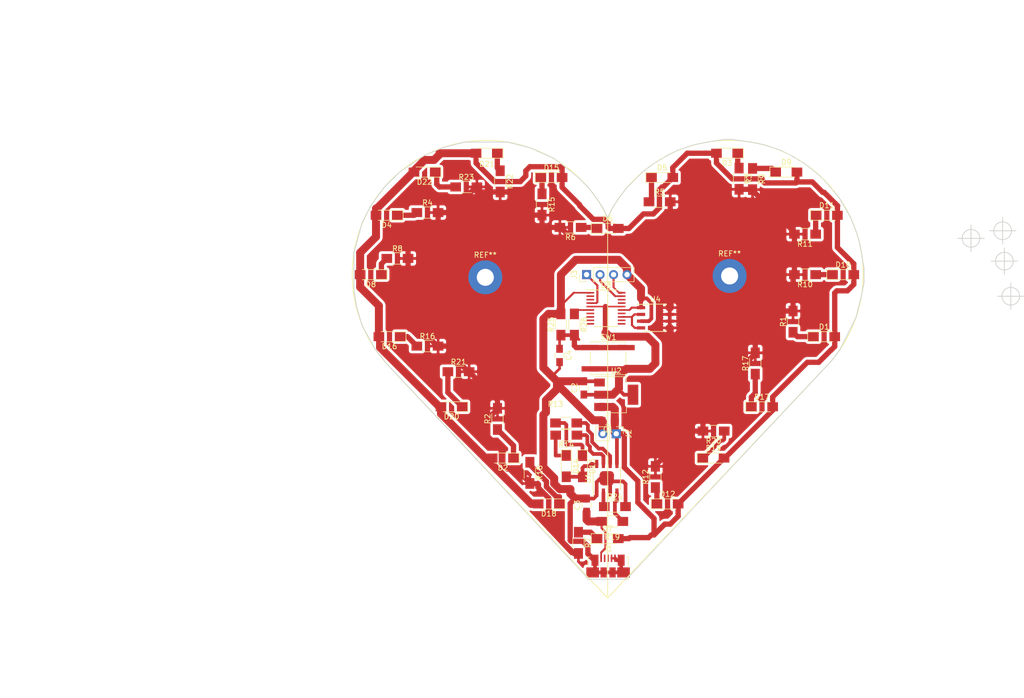
<source format=kicad_pcb>
(kicad_pcb (version 4) (host pcbnew 4.0.7)
  (layers (0 F.Cu signal) (31 B.Cu signal) (34 B.Paste user) (35 F.Paste user) (36 B.SilkS user) (37 F.SilkS user) (38 B.Mask user) (39 F.Mask user) (44 Edge.Cuts user))
  (net 0 "")
  (net 1 +BATT)
  (net 2 GNDREF)
  (net 3 +3V3)
  (net 4 +5V)
  (net 5 "Net-(C4-Pad1)")
  (net 6 "Net-(D1-Pad1)")
  (net 7 "Net-(D2-Pad1)")
  (net 8 "Net-(D3-Pad1)")
  (net 9 "Net-(D4-Pad1)")
  (net 10 "Net-(D5-Pad1)")
  (net 11 "Net-(D6-Pad1)")
  (net 12 "Net-(D7-Pad1)")
  (net 13 "Net-(D8-Pad1)")
  (net 14 "Net-(D9-Pad1)")
  (net 15 "Net-(D10-Pad1)")
  (net 16 "Net-(D11-Pad1)")
  (net 17 "Net-(D12-Pad1)")
  (net 18 "Net-(D13-Pad1)")
  (net 19 "Net-(D13-Pad2)")
  (net 20 "Net-(D14-Pad1)")
  (net 21 "Net-(D15-Pad1)")
  (net 22 "Net-(D16-Pad1)")
  (net 23 "Net-(D17-Pad1)")
  (net 24 "Net-(D18-Pad1)")
  (net 25 "Net-(D19-Pad1)")
  (net 26 "Net-(D20-Pad1)")
  (net 27 "Net-(D21-Pad1)")
  (net 28 "Net-(D22-Pad1)")
  (net 29 "Net-(J1-Pad2)")
  (net 30 "Net-(J1-Pad3)")
  (net 31 /RST)
  (net 32 /SWDIO)
  (net 33 /SWCLK)
  (net 34 /Vled)
  (net 35 "Net-(R13-Pad1)")
  (net 36 "Net-(R14-Pad1)")
  (net 37 "Net-(R24-Pad1)")
  (net 38 /PWR_BTN_PIN)
  (net 39 "Net-(U3-Pad2)")
  (net 40 "Net-(U3-Pad3)")
  (net 41 "Net-(U3-Pad7)")
  (net 42 "Net-(U3-Pad8)")
  (net 43 "Net-(U3-Pad9)")
  (net 44 "Net-(U3-Pad10)")
  (net 45 "Net-(U3-Pad11)")
  (net 46 "Net-(U3-Pad12)")
  (net 47 /PWM)
  (net 48 "Net-(U3-Pad14)")
  (net 49 "Net-(U3-Pad17)")
  (net 50 "Net-(U3-Pad18)")
  (module Mounting_Holes:MountingHole_3.2mm_M3_Pad (layer F.Cu) (at 107.194965 84.446304)
    (fp_text reference REF** (at 0 -4.2) (layer F.SilkS))
    (fp_text value MountingHole_3.2mm_M3_Pad)
    (pad 1 thru_hole circle (at 0 0) (size 6.4 6.4) (drill 3.2) (layers *.Cu *.Mask))
  )
  (module Capacitors_SMD:C_0805_HandSoldering (layer F.Cu) (at 84.334965 111.624304 180)
    (fp_text reference C1 (at 0 -1.75 180) (layer F.SilkS))
    (fp_text value C)
    (pad 1 smd rect (at -1.25 0 180) (size 1.5 1.25) (layers F.Cu F.Paste F.Mask) (net 1 +BATT))
    (pad 2 smd rect (at 1.25 0 180) (size 1.5 1.25) (layers F.Cu F.Paste F.Mask) (net 2 GNDREF))
  )
  (module Capacitors_SMD:C_0805_HandSoldering (layer F.Cu) (at 79.762965 105.528304 90)
    (fp_text reference C2 (at 0 -1.75 90) (layer F.SilkS))
    (fp_text value C)
    (pad 1 smd rect (at -1.25 0 90) (size 1.5 1.25) (layers F.Cu F.Paste F.Mask) (net 3 +3V3))
    (pad 2 smd rect (at 1.25 0 90) (size 1.5 1.25) (layers F.Cu F.Paste F.Mask) (net 2 GNDREF))
  )
  (module Capacitors_SMD:C_0805_HandSoldering (layer F.Cu) (at 80.270965 127.606304 90)
    (fp_text reference C3 (at 0 -1.75 90) (layer F.SilkS))
    (fp_text value C)
    (pad 1 smd rect (at -1.25 0 90) (size 1.5 1.25) (layers F.Cu F.Paste F.Mask) (net 4 +5V))
    (pad 2 smd rect (at 1.25 0 90) (size 1.5 1.25) (layers F.Cu F.Paste F.Mask) (net 2 GNDREF))
  )
  (module Capacitors_SMD:C_0805_HandSoldering (layer F.Cu) (at 75.190965 99.412304 270)
    (fp_text reference C4 (at 0 -1.75 270) (layer F.SilkS))
    (fp_text value C)
    (pad 1 smd rect (at -1.25 0 270) (size 1.5 1.25) (layers F.Cu F.Paste F.Mask) (net 5 "Net-(C4-Pad1)"))
    (pad 2 smd rect (at 1.25 0 270) (size 1.5 1.25) (layers F.Cu F.Paste F.Mask) (net 2 GNDREF))
  )
  (module LEDs:LED_1206_HandSoldering (layer F.Cu) (at 124.974965 95.876304)
    (fp_text reference D1 (at 0 -1.85) (layer F.SilkS))
    (fp_text value LED)
    (pad 1 smd rect (at -2 0) (size 2 1.7) (layers F.Cu F.Paste F.Mask) (net 6 "Net-(D1-Pad1)"))
    (pad 2 smd rect (at 2 0) (size 2 1.7) (layers F.Cu F.Paste F.Mask) (net 1 +BATT))
  )
  (module LEDs:LED_1206_HandSoldering (layer F.Cu) (at 64.522965 118.736304 180)
    (fp_text reference D2 (at 0 -1.85 180) (layer F.SilkS))
    (fp_text value LED)
    (pad 1 smd rect (at -2 0 180) (size 2 1.7) (layers F.Cu F.Paste F.Mask) (net 7 "Net-(D2-Pad1)"))
    (pad 2 smd rect (at 2 0 180) (size 2 1.7) (layers F.Cu F.Paste F.Mask) (net 1 +BATT))
  )
  (module LEDs:LED_1206_HandSoldering (layer F.Cu) (at 106.718965 61.332304 180)
    (fp_text reference D3 (at 0 -1.85 180) (layer F.SilkS))
    (fp_text value LED)
    (pad 1 smd rect (at -2 0 180) (size 2 1.7) (layers F.Cu F.Paste F.Mask) (net 8 "Net-(D3-Pad1)"))
    (pad 2 smd rect (at 2 0 180) (size 2 1.7) (layers F.Cu F.Paste F.Mask) (net 1 +BATT))
  )
  (module LEDs:LED_1206_HandSoldering (layer F.Cu) (at 42.646965 73.016304 180)
    (fp_text reference D4 (at 0 -1.85 180) (layer F.SilkS))
    (fp_text value LED)
    (pad 1 smd rect (at -2 0 180) (size 2 1.7) (layers F.Cu F.Paste F.Mask) (net 9 "Net-(D4-Pad1)"))
    (pad 2 smd rect (at 2 0 180) (size 2 1.7) (layers F.Cu F.Paste F.Mask) (net 1 +BATT))
  )
  (module LEDs:LED_1206_HandSoldering (layer F.Cu) (at 94.494965 65.904304)
    (fp_text reference D5 (at 0 -1.85) (layer F.SilkS))
    (fp_text value LED)
    (pad 1 smd rect (at -2 0) (size 2 1.7) (layers F.Cu F.Paste F.Mask) (net 10 "Net-(D5-Pad1)"))
    (pad 2 smd rect (at 2 0) (size 2 1.7) (layers F.Cu F.Paste F.Mask) (net 1 +BATT))
  )
  (module LEDs:LED_1206_HandSoldering (layer F.Cu) (at 84.243933 75.494292)
    (fp_text reference D6 (at 0 -1.85) (layer F.SilkS))
    (fp_text value LED)
    (pad 1 smd rect (at -2 0) (size 2 1.7) (layers F.Cu F.Paste F.Mask) (net 11 "Net-(D6-Pad1)"))
    (pad 2 smd rect (at 2 0) (size 2 1.7) (layers F.Cu F.Paste F.Mask) (net 1 +BATT))
  )
  (module LEDs:LED_1206_HandSoldering (layer F.Cu) (at 84.243933 133.914292)
    (fp_text reference D7 (at 0 -1.85) (layer F.SilkS))
    (fp_text value LED)
    (pad 1 smd rect (at -2 0) (size 2 1.7) (layers F.Cu F.Paste F.Mask) (net 12 "Net-(D7-Pad1)"))
    (pad 2 smd rect (at 2 0) (size 2 1.7) (layers F.Cu F.Paste F.Mask) (net 1 +BATT))
  )
  (module LEDs:LED_1206_HandSoldering (layer F.Cu) (at 39.662965 84.192304 180)
    (fp_text reference D8 (at 0 -1.85 180) (layer F.SilkS))
    (fp_text value LED)
    (pad 1 smd rect (at -2 0 180) (size 2 1.7) (layers F.Cu F.Paste F.Mask) (net 13 "Net-(D8-Pad1)"))
    (pad 2 smd rect (at 2 0 180) (size 2 1.7) (layers F.Cu F.Paste F.Mask) (net 1 +BATT))
  )
  (module LEDs:LED_1206_HandSoldering (layer F.Cu) (at 117.862965 64.888304)
    (fp_text reference D9 (at 0 -1.85) (layer F.SilkS))
    (fp_text value LED)
    (pad 1 smd rect (at -2 0) (size 2 1.7) (layers F.Cu F.Paste F.Mask) (net 14 "Net-(D9-Pad1)"))
    (pad 2 smd rect (at 2 0) (size 2 1.7) (layers F.Cu F.Paste F.Mask) (net 1 +BATT))
  )
  (module LEDs:LED_1206_HandSoldering (layer F.Cu) (at 128.562965 84.192304)
    (fp_text reference D10 (at 0 -1.85) (layer F.SilkS))
    (fp_text value LED)
    (pad 1 smd rect (at -2 0) (size 2 1.7) (layers F.Cu F.Paste F.Mask) (net 15 "Net-(D10-Pad1)"))
    (pad 2 smd rect (at 2 0) (size 2 1.7) (layers F.Cu F.Paste F.Mask) (net 1 +BATT))
  )
  (module LEDs:LED_1206_HandSoldering (layer F.Cu) (at 125.482965 73.016304)
    (fp_text reference D11 (at 0 -1.85) (layer F.SilkS))
    (fp_text value LED)
    (pad 1 smd rect (at -2 0) (size 2 1.7) (layers F.Cu F.Paste F.Mask) (net 16 "Net-(D11-Pad1)"))
    (pad 2 smd rect (at 2 0) (size 2 1.7) (layers F.Cu F.Paste F.Mask) (net 1 +BATT))
  )
  (module LEDs:LED_1206_HandSoldering (layer F.Cu) (at 95.510965 127.372304)
    (fp_text reference D12 (at 0 -1.85) (layer F.SilkS))
    (fp_text value LED)
    (pad 1 smd rect (at -2 0) (size 2 1.7) (layers F.Cu F.Paste F.Mask) (net 17 "Net-(D12-Pad1)"))
    (pad 2 smd rect (at 2 0) (size 2 1.7) (layers F.Cu F.Paste F.Mask) (net 1 +BATT))
  )
  (module LEDs:LED_1206_HandSoldering (layer F.Cu) (at 79.508965 120.292304 270)
    (fp_text reference D13 (at 0 -1.85 270) (layer F.SilkS))
    (fp_text value LED)
    (pad 1 smd rect (at -2 0 270) (size 2 1.7) (layers F.Cu F.Paste F.Mask) (net 18 "Net-(D13-Pad1)"))
    (pad 2 smd rect (at 2 0 270) (size 2 1.7) (layers F.Cu F.Paste F.Mask) (net 19 "Net-(D13-Pad2)"))
  )
  (module LEDs:LED_1206_HandSoldering (layer F.Cu) (at 76.460965 120.260304 270)
    (fp_text reference D14 (at 0 -1.85 270) (layer F.SilkS))
    (fp_text value LED)
    (pad 1 smd rect (at -2 0 270) (size 2 1.7) (layers F.Cu F.Paste F.Mask) (net 20 "Net-(D14-Pad1)"))
    (pad 2 smd rect (at 2 0 270) (size 2 1.7) (layers F.Cu F.Paste F.Mask) (net 19 "Net-(D13-Pad2)"))
  )
  (module LEDs:LED_1206_HandSoldering (layer F.Cu) (at 73.666965 65.904304)
    (fp_text reference D15 (at 0 -1.85) (layer F.SilkS))
    (fp_text value LED)
    (pad 1 smd rect (at -2 0) (size 2 1.7) (layers F.Cu F.Paste F.Mask) (net 21 "Net-(D15-Pad1)"))
    (pad 2 smd rect (at 2 0) (size 2 1.7) (layers F.Cu F.Paste F.Mask) (net 1 +BATT))
  )
  (module LEDs:LED_1206_HandSoldering (layer F.Cu) (at 43.186965 95.876304 180)
    (fp_text reference D16 (at 0 -1.85 180) (layer F.SilkS))
    (fp_text value LED)
    (pad 1 smd rect (at -2 0 180) (size 2 1.7) (layers F.Cu F.Paste F.Mask) (net 22 "Net-(D16-Pad1)"))
    (pad 2 smd rect (at 2 0 180) (size 2 1.7) (layers F.Cu F.Paste F.Mask) (net 1 +BATT))
  )
  (module LEDs:LED_1206_HandSoldering (layer F.Cu) (at 113.290965 109.084304)
    (fp_text reference D17 (at 0 -1.85) (layer F.SilkS))
    (fp_text value LED)
    (pad 1 smd rect (at -2 0) (size 2 1.7) (layers F.Cu F.Paste F.Mask) (net 23 "Net-(D17-Pad1)"))
    (pad 2 smd rect (at 2 0) (size 2 1.7) (layers F.Cu F.Paste F.Mask) (net 1 +BATT))
  )
  (module LEDs:LED_1206_HandSoldering (layer F.Cu) (at 73.158965 127.372304 180)
    (fp_text reference D18 (at 0 -1.85 180) (layer F.SilkS))
    (fp_text value LED)
    (pad 1 smd rect (at -2 0 180) (size 2 1.7) (layers F.Cu F.Paste F.Mask) (net 24 "Net-(D18-Pad1)"))
    (pad 2 smd rect (at 2 0 180) (size 2 1.7) (layers F.Cu F.Paste F.Mask) (net 1 +BATT))
  )
  (module LEDs:LED_1206_HandSoldering (layer F.Cu) (at 104.146965 118.736304)
    (fp_text reference D19 (at 0 -1.85) (layer F.SilkS))
    (fp_text value LED)
    (pad 1 smd rect (at -2 0) (size 2 1.7) (layers F.Cu F.Paste F.Mask) (net 25 "Net-(D19-Pad1)"))
    (pad 2 smd rect (at 2 0) (size 2 1.7) (layers F.Cu F.Paste F.Mask) (net 1 +BATT))
  )
  (module LEDs:LED_1206_HandSoldering (layer F.Cu) (at 54.870965 109.084304 180)
    (fp_text reference D20 (at 0 -1.85 180) (layer F.SilkS))
    (fp_text value LED)
    (pad 1 smd rect (at -2 0 180) (size 2 1.7) (layers F.Cu F.Paste F.Mask) (net 26 "Net-(D20-Pad1)"))
    (pad 2 smd rect (at 2 0 180) (size 2 1.7) (layers F.Cu F.Paste F.Mask) (net 1 +BATT))
  )
  (module LEDs:LED_1206_HandSoldering (layer F.Cu) (at 61.474965 61.332304 180)
    (fp_text reference D21 (at -0.032 -2.032 180) (layer F.SilkS))
    (fp_text value LED)
    (pad 1 smd rect (at -2 0 180) (size 2 1.7) (layers F.Cu F.Paste F.Mask) (net 27 "Net-(D21-Pad1)"))
    (pad 2 smd rect (at 2 0 180) (size 2 1.7) (layers F.Cu F.Paste F.Mask) (net 1 +BATT))
  )
  (module LEDs:LED_1206_HandSoldering (layer F.Cu) (at 49.790965 64.888304 180)
    (fp_text reference D22 (at 0 -1.85 180) (layer F.SilkS))
    (fp_text value LED)
    (pad 1 smd rect (at -2 0 180) (size 2 1.7) (layers F.Cu F.Paste F.Mask) (net 28 "Net-(D22-Pad1)"))
    (pad 2 smd rect (at 2 0 180) (size 2 1.7) (layers F.Cu F.Paste F.Mask) (net 1 +BATT))
  )
  (module Pin_Headers:Pin_Header_Straight_1x02_Pitch2.54mm (layer F.Cu) (at 85.858965 114.164304 270)
    (fp_text reference J2 (at 0 -2.33 270) (layer F.SilkS))
    (fp_text value Conn_01x02)
    (pad 1 thru_hole rect (at 0 0 270) (size 1.7 1.7) (drill 1) (layers *.Cu *.Mask) (net 1 +BATT))
    (pad 2 thru_hole oval (at 0 2.54 270) (size 1.7 1.7) (drill 1) (layers *.Cu *.Mask) (net 2 GNDREF))
  )
  (module Pin_Headers:Pin_Header_Straight_1x04_Pitch2.54mm (layer F.Cu) (at 80.270965 84.192304 90)
    (fp_text reference J3 (at 0 -2.33 90) (layer F.SilkS))
    (fp_text value Conn_01x04)
    (pad 1 thru_hole rect (at 0 0 90) (size 1.7 1.7) (drill 1) (layers *.Cu *.Mask) (net 31 /RST))
    (pad 2 thru_hole oval (at 0 2.54 90) (size 1.7 1.7) (drill 1) (layers *.Cu *.Mask) (net 32 /SWDIO))
    (pad 3 thru_hole oval (at 0 5.08 90) (size 1.7 1.7) (drill 1) (layers *.Cu *.Mask) (net 33 /SWCLK))
    (pad 4 thru_hole oval (at 0 7.62 90) (size 1.7 1.7) (drill 1) (layers *.Cu *.Mask) (net 2 GNDREF))
  )
  (module Resistors_SMD:R_1206_HandSoldering (layer F.Cu) (at 119.132965 93.050304 90)
    (fp_text reference R1 (at 0 -1.85 90) (layer F.SilkS))
    (fp_text value R)
    (pad 1 smd rect (at -2 0 90) (size 2 1.7) (layers F.Cu F.Paste F.Mask) (net 6 "Net-(D1-Pad1)"))
    (pad 2 smd rect (at 2 0 90) (size 2 1.7) (layers F.Cu F.Paste F.Mask) (net 34 /Vled))
  )
  (module Resistors_SMD:R_1206_HandSoldering (layer F.Cu) (at 63.506965 111.370304 90)
    (fp_text reference R2 (at 0 -1.85 90) (layer F.SilkS))
    (fp_text value R)
    (pad 1 smd rect (at -2 0 90) (size 2 1.7) (layers F.Cu F.Paste F.Mask) (net 7 "Net-(D2-Pad1)"))
    (pad 2 smd rect (at 2 0 90) (size 2 1.7) (layers F.Cu F.Paste F.Mask) (net 34 /Vled))
  )
  (module Resistors_SMD:R_1206_HandSoldering (layer F.Cu) (at 108.972965 66.126304 270)
    (fp_text reference R3 (at 0 -1.85 270) (layer F.SilkS))
    (fp_text value R)
    (pad 1 smd rect (at -2 0 270) (size 2 1.7) (layers F.Cu F.Paste F.Mask) (net 8 "Net-(D3-Pad1)"))
    (pad 2 smd rect (at 2 0 270) (size 2 1.7) (layers F.Cu F.Paste F.Mask) (net 34 /Vled))
  )
  (module Resistors_SMD:R_1206_HandSoldering (layer F.Cu) (at 50.330965 72.508304)
    (fp_text reference R4 (at 0 -1.85) (layer F.SilkS))
    (fp_text value R)
    (pad 1 smd rect (at -2 0) (size 2 1.7) (layers F.Cu F.Paste F.Mask) (net 9 "Net-(D4-Pad1)"))
    (pad 2 smd rect (at 2 0) (size 2 1.7) (layers F.Cu F.Paste F.Mask) (net 34 /Vled))
  )
  (module Resistors_SMD:R_1206_HandSoldering (layer F.Cu) (at 94.018965 70.476304)
    (fp_text reference R5 (at 0 -1.85) (layer F.SilkS))
    (fp_text value R)
    (pad 1 smd rect (at -2 0) (size 2 1.7) (layers F.Cu F.Paste F.Mask) (net 10 "Net-(D5-Pad1)"))
    (pad 2 smd rect (at 2 0) (size 2 1.7) (layers F.Cu F.Paste F.Mask) (net 34 /Vled))
  )
  (module Resistors_SMD:R_1206_HandSoldering (layer F.Cu) (at 77.254965 75.302304 180)
    (fp_text reference R6 (at 0 -1.85 180) (layer F.SilkS))
    (fp_text value R)
    (pad 1 smd rect (at -2 0 180) (size 2 1.7) (layers F.Cu F.Paste F.Mask) (net 11 "Net-(D6-Pad1)"))
    (pad 2 smd rect (at 2 0 180) (size 2 1.7) (layers F.Cu F.Paste F.Mask) (net 34 /Vled))
  )
  (module Resistors_SMD:R_1206_HandSoldering (layer F.Cu) (at 78.746965 134.706304 270)
    (fp_text reference R7 (at 0 -1.85 270) (layer F.SilkS))
    (fp_text value R)
    (pad 1 smd rect (at -2 0 270) (size 2 1.7) (layers F.Cu F.Paste F.Mask) (net 12 "Net-(D7-Pad1)"))
    (pad 2 smd rect (at 2 0 270) (size 2 1.7) (layers F.Cu F.Paste F.Mask) (net 34 /Vled))
  )
  (module Resistors_SMD:R_1206_HandSoldering (layer F.Cu) (at 44.678965 81.144304)
    (fp_text reference R8 (at 0 -1.85) (layer F.SilkS))
    (fp_text value R)
    (pad 1 smd rect (at -2 0) (size 2 1.7) (layers F.Cu F.Paste F.Mask) (net 13 "Net-(D8-Pad1)"))
    (pad 2 smd rect (at 2 0) (size 2 1.7) (layers F.Cu F.Paste F.Mask) (net 34 /Vled))
  )
  (module Resistors_SMD:R_1206_HandSoldering (layer F.Cu) (at 111.512965 66.190304 270)
    (fp_text reference R9 (at 0 -1.85 270) (layer F.SilkS))
    (fp_text value R)
    (pad 1 smd rect (at -2 0 270) (size 2 1.7) (layers F.Cu F.Paste F.Mask) (net 14 "Net-(D9-Pad1)"))
    (pad 2 smd rect (at 2 0 270) (size 2 1.7) (layers F.Cu F.Paste F.Mask) (net 34 /Vled))
  )
  (module Resistors_SMD:R_1206_HandSoldering (layer F.Cu) (at 121.386965 84.192304 180)
    (fp_text reference R10 (at 0 -1.85 180) (layer F.SilkS))
    (fp_text value R)
    (pad 1 smd rect (at -2 0 180) (size 2 1.7) (layers F.Cu F.Paste F.Mask) (net 15 "Net-(D10-Pad1)"))
    (pad 2 smd rect (at 2 0 180) (size 2 1.7) (layers F.Cu F.Paste F.Mask) (net 34 /Vled))
  )
  (module Resistors_SMD:R_1206_HandSoldering (layer F.Cu) (at 121.386965 76.572304 180)
    (fp_text reference R11 (at 0 -1.85 180) (layer F.SilkS))
    (fp_text value R)
    (pad 1 smd rect (at -2 0 180) (size 2 1.7) (layers F.Cu F.Paste F.Mask) (net 16 "Net-(D11-Pad1)"))
    (pad 2 smd rect (at 2 0 180) (size 2 1.7) (layers F.Cu F.Paste F.Mask) (net 34 /Vled))
  )
  (module Resistors_SMD:R_1206_HandSoldering (layer F.Cu) (at 93.224965 122.292304 90)
    (fp_text reference R12 (at 0 -1.85 90) (layer F.SilkS))
    (fp_text value R)
    (pad 1 smd rect (at -2 0 90) (size 2 1.7) (layers F.Cu F.Paste F.Mask) (net 17 "Net-(D12-Pad1)"))
    (pad 2 smd rect (at 2 0 90) (size 2 1.7) (layers F.Cu F.Paste F.Mask) (net 34 /Vled))
  )
  (module Resistors_SMD:R_1206_HandSoldering (layer F.Cu) (at 76.428965 112.132304 180)
    (fp_text reference R13 (at 2 3.556 180) (layer F.SilkS))
    (fp_text value R)
    (pad 1 smd rect (at -2 0 180) (size 2 1.7) (layers F.Cu F.Paste F.Mask) (net 35 "Net-(R13-Pad1)"))
    (pad 2 smd rect (at 2 0 180) (size 2 1.7) (layers F.Cu F.Paste F.Mask) (net 18 "Net-(D13-Pad1)"))
  )
  (module Resistors_SMD:R_1206_HandSoldering (layer F.Cu) (at 76.460965 114.418304 180)
    (fp_text reference R14 (at 0 -1.85 180) (layer F.SilkS))
    (fp_text value R)
    (pad 1 smd rect (at -2 0 180) (size 2 1.7) (layers F.Cu F.Paste F.Mask) (net 36 "Net-(R14-Pad1)"))
    (pad 2 smd rect (at 2 0 180) (size 2 1.7) (layers F.Cu F.Paste F.Mask) (net 20 "Net-(D14-Pad1)"))
  )
  (module Resistors_SMD:R_1206_HandSoldering (layer F.Cu) (at 71.888965 70.984304 270)
    (fp_text reference R15 (at 0 -1.85 270) (layer F.SilkS))
    (fp_text value R)
    (pad 1 smd rect (at -2 0 270) (size 2 1.7) (layers F.Cu F.Paste F.Mask) (net 21 "Net-(D15-Pad1)"))
    (pad 2 smd rect (at 2 0 270) (size 2 1.7) (layers F.Cu F.Paste F.Mask) (net 34 /Vled))
  )
  (module Resistors_SMD:R_1206_HandSoldering (layer F.Cu) (at 50.330965 97.654304)
    (fp_text reference R16 (at 0 -1.85) (layer F.SilkS))
    (fp_text value R)
    (pad 1 smd rect (at -2 0) (size 2 1.7) (layers F.Cu F.Paste F.Mask) (net 22 "Net-(D16-Pad1)"))
    (pad 2 smd rect (at 2 0) (size 2 1.7) (layers F.Cu F.Paste F.Mask) (net 34 /Vled))
  )
  (module Resistors_SMD:R_1206_HandSoldering (layer F.Cu) (at 112.020965 100.924304 90)
    (fp_text reference R17 (at 0 -1.85 90) (layer F.SilkS))
    (fp_text value R)
    (pad 1 smd rect (at -2 0 90) (size 2 1.7) (layers F.Cu F.Paste F.Mask) (net 23 "Net-(D17-Pad1)"))
    (pad 2 smd rect (at 2 0 90) (size 2 1.7) (layers F.Cu F.Paste F.Mask) (net 34 /Vled))
  )
  (module Resistors_SMD:R_1206_HandSoldering (layer F.Cu) (at 69.602965 121.530304 270)
    (fp_text reference R18 (at 0 -1.85 270) (layer F.SilkS))
    (fp_text value R)
    (pad 1 smd rect (at -2 0 270) (size 2 1.7) (layers F.Cu F.Paste F.Mask) (net 24 "Net-(D18-Pad1)"))
    (pad 2 smd rect (at 2 0 270) (size 2 1.7) (layers F.Cu F.Paste F.Mask) (net 34 /Vled))
  )
  (module Resistors_SMD:R_1206_HandSoldering (layer F.Cu) (at 85.096965 130.674304 180)
    (fp_text reference R19 (at 0 -2.929696 180) (layer F.SilkS))
    (fp_text value R)
    (pad 1 smd rect (at -2 0 180) (size 2 1.7) (layers F.Cu F.Paste F.Mask) (net 19 "Net-(D13-Pad2)"))
    (pad 2 smd rect (at 2 0 180) (size 2 1.7) (layers F.Cu F.Paste F.Mask) (net 4 +5V))
  )
  (module Resistors_SMD:R_1206_HandSoldering (layer F.Cu) (at 104.178965 113.656304 180)
    (fp_text reference R20 (at 0 -1.85 180) (layer F.SilkS))
    (fp_text value R)
    (pad 1 smd rect (at -2 0 180) (size 2 1.7) (layers F.Cu F.Paste F.Mask) (net 25 "Net-(D19-Pad1)"))
    (pad 2 smd rect (at 2 0 180) (size 2 1.7) (layers F.Cu F.Paste F.Mask) (net 34 /Vled))
  )
  (module Resistors_SMD:R_1206_HandSoldering (layer F.Cu) (at 56.172965 102.480304)
    (fp_text reference R21 (at 0 -1.85) (layer F.SilkS))
    (fp_text value R)
    (pad 1 smd rect (at -2 0) (size 2 1.7) (layers F.Cu F.Paste F.Mask) (net 26 "Net-(D20-Pad1)"))
    (pad 2 smd rect (at 2 0) (size 2 1.7) (layers F.Cu F.Paste F.Mask) (net 34 /Vled))
  )
  (module Resistors_SMD:R_1206_HandSoldering (layer F.Cu) (at 64.014965 66.634304 270)
    (fp_text reference R22 (at 0 -1.85 270) (layer F.SilkS))
    (fp_text value R)
    (pad 1 smd rect (at -2 0 270) (size 2 1.7) (layers F.Cu F.Paste F.Mask) (net 27 "Net-(D21-Pad1)"))
    (pad 2 smd rect (at 2 0 270) (size 2 1.7) (layers F.Cu F.Paste F.Mask) (net 34 /Vled))
  )
  (module Resistors_SMD:R_1206_HandSoldering (layer F.Cu) (at 57.632965 67.682304)
    (fp_text reference R23 (at 0 -1.85) (layer F.SilkS))
    (fp_text value R)
    (pad 1 smd rect (at -2 0) (size 2 1.7) (layers F.Cu F.Paste F.Mask) (net 28 "Net-(D22-Pad1)"))
    (pad 2 smd rect (at 2 0) (size 2 1.7) (layers F.Cu F.Paste F.Mask) (net 34 /Vled))
  )
  (module Resistors_SMD:R_1206_HandSoldering (layer F.Cu) (at 85.604965 127.880304)
    (fp_text reference R24 (at 0 -1.85) (layer F.SilkS))
    (fp_text value R)
    (pad 1 smd rect (at -2 0) (size 2 1.7) (layers F.Cu F.Paste F.Mask) (net 37 "Net-(R24-Pad1)"))
    (pad 2 smd rect (at 2 0) (size 2 1.7) (layers F.Cu F.Paste F.Mask) (net 2 GNDREF))
  )
  (module Resistors_SMD:R_1206_HandSoldering (layer F.Cu) (at 75.444965 93.590304 90)
    (fp_text reference R25 (at 0 -1.85 90) (layer F.SilkS))
    (fp_text value R)
    (pad 1 smd rect (at -2 0 90) (size 2 1.7) (layers F.Cu F.Paste F.Mask) (net 5 "Net-(C4-Pad1)"))
    (pad 2 smd rect (at 2 0 90) (size 2 1.7) (layers F.Cu F.Paste F.Mask) (net 2 GNDREF))
  )
  (module Resistors_SMD:R_1206_HandSoldering (layer F.Cu) (at 77.984965 93.590304 270)
    (fp_text reference R26 (at 0 -1.85 270) (layer F.SilkS))
    (fp_text value R)
    (pad 1 smd rect (at -2 0 270) (size 2 1.7) (layers F.Cu F.Paste F.Mask) (net 38 /PWR_BTN_PIN))
    (pad 2 smd rect (at 2 0 270) (size 2 1.7) (layers F.Cu F.Paste F.Mask) (net 5 "Net-(C4-Pad1)"))
  )
  (module TO_SOT_Packages_SMD:SOT-223 (layer F.Cu) (at 85.858965 106.812304)
    (fp_text reference U2 (at 0 -4.5) (layer F.SilkS))
    (fp_text value LM1117-3.3)
    (pad 2 smd rect (at 3.15 0) (size 2 3.8) (layers F.Cu F.Paste F.Mask) (net 3 +3V3))
    (pad 2 smd rect (at -3.15 0) (size 2 1.5) (layers F.Cu F.Paste F.Mask) (net 3 +3V3))
    (pad 3 smd rect (at -3.15 2.3) (size 2 1.5) (layers F.Cu F.Paste F.Mask) (net 1 +BATT))
    (pad 1 smd rect (at -3.15 -2.3) (size 2 1.5) (layers F.Cu F.Paste F.Mask) (net 2 GNDREF))
  )
  (module Housings_SSOP:TSSOP-20_4.4x6.5mm_Pitch0.65mm (layer F.Cu) (at 83.924965 90.531304)
    (fp_text reference U3 (at 0 -4.3) (layer F.SilkS))
    (fp_text value STM32F030F4Px)
    (pad 1 smd rect (at -2.95 -2.925) (size 1.45 0.3) (layers F.Cu F.Paste F.Mask) (net 2 GNDREF))
    (pad 2 smd rect (at -2.95 -2.275) (size 1.45 0.3) (layers F.Cu F.Paste F.Mask) (net 39 "Net-(U3-Pad2)"))
    (pad 3 smd rect (at -2.95 -1.625) (size 1.45 0.3) (layers F.Cu F.Paste F.Mask) (net 40 "Net-(U3-Pad3)"))
    (pad 4 smd rect (at -2.95 -0.975) (size 1.45 0.3) (layers F.Cu F.Paste F.Mask) (net 31 /RST))
    (pad 5 smd rect (at -2.95 -0.325) (size 1.45 0.3) (layers F.Cu F.Paste F.Mask) (net 3 +3V3))
    (pad 6 smd rect (at -2.95 0.325) (size 1.45 0.3) (layers F.Cu F.Paste F.Mask) (net 38 /PWR_BTN_PIN))
    (pad 7 smd rect (at -2.95 0.975) (size 1.45 0.3) (layers F.Cu F.Paste F.Mask) (net 41 "Net-(U3-Pad7)"))
    (pad 8 smd rect (at -2.95 1.625) (size 1.45 0.3) (layers F.Cu F.Paste F.Mask) (net 42 "Net-(U3-Pad8)"))
    (pad 9 smd rect (at -2.95 2.275) (size 1.45 0.3) (layers F.Cu F.Paste F.Mask) (net 43 "Net-(U3-Pad9)"))
    (pad 10 smd rect (at -2.95 2.925) (size 1.45 0.3) (layers F.Cu F.Paste F.Mask) (net 44 "Net-(U3-Pad10)"))
    (pad 11 smd rect (at 2.95 2.925) (size 1.45 0.3) (layers F.Cu F.Paste F.Mask) (net 45 "Net-(U3-Pad11)"))
    (pad 12 smd rect (at 2.95 2.275) (size 1.45 0.3) (layers F.Cu F.Paste F.Mask) (net 46 "Net-(U3-Pad12)"))
    (pad 13 smd rect (at 2.95 1.625) (size 1.45 0.3) (layers F.Cu F.Paste F.Mask) (net 47 /PWM))
    (pad 14 smd rect (at 2.95 0.975) (size 1.45 0.3) (layers F.Cu F.Paste F.Mask) (net 48 "Net-(U3-Pad14)"))
    (pad 15 smd rect (at 2.95 0.325) (size 1.45 0.3) (layers F.Cu F.Paste F.Mask) (net 2 GNDREF))
    (pad 16 smd rect (at 2.95 -0.325) (size 1.45 0.3) (layers F.Cu F.Paste F.Mask) (net 3 +3V3))
    (pad 17 smd rect (at 2.95 -0.975) (size 1.45 0.3) (layers F.Cu F.Paste F.Mask) (net 49 "Net-(U3-Pad17)"))
    (pad 18 smd rect (at 2.95 -1.625) (size 1.45 0.3) (layers F.Cu F.Paste F.Mask) (net 50 "Net-(U3-Pad18)"))
    (pad 19 smd rect (at 2.95 -2.275) (size 1.45 0.3) (layers F.Cu F.Paste F.Mask) (net 32 /SWDIO))
    (pad 20 smd rect (at 2.95 -2.925) (size 1.45 0.3) (layers F.Cu F.Paste F.Mask) (net 33 /SWCLK))
  )
  (module Connectors_USB:USB_Micro-B_Molex_47346-0001 (layer F.Cu) (at 84.321433 140.278292)
    (fp_text reference J1 (at 0 -4.5 180) (layer F.SilkS))
    (fp_text value USB_B)
    (pad 1 smd rect (at -1.3 -2.66) (size 0.3 1.38) (layers F.Cu F.Paste F.Mask) (net 4 +5V))
    (pad 2 smd rect (at -0.65 -2.66) (size 0.3 1.38) (layers F.Cu F.Paste F.Mask) (net 29 "Net-(J1-Pad2)"))
    (pad 3 smd rect (at 0 -2.66) (size 0.3 1.38) (layers F.Cu F.Paste F.Mask) (net 30 "Net-(J1-Pad3)"))
    (pad 4 smd rect (at 0.65 -2.66) (size 0.3 1.38) (layers F.Cu F.Paste F.Mask) (net 2 GNDREF))
    (pad 5 smd rect (at 1.3 -2.66) (size 0.3 1.38) (layers F.Cu F.Paste F.Mask) (net 2 GNDREF))
    (pad 5 smd rect (at -2.4625 -2.3) (size 1.3 2.1) (layers F.Cu F.Paste F.Mask) (net 2 GNDREF))
    (pad 5 smd rect (at 2.4625 -2.3) (size 1.3 2.1) (layers F.Cu F.Paste F.Mask) (net 2 GNDREF))
    (pad 5 smd rect (at -2.91 0) (size 2.375 1.9) (layers F.Cu F.Paste F.Mask) (net 2 GNDREF))
    (pad 5 smd rect (at 2.91 0) (size 2.375 1.9) (layers F.Cu F.Paste F.Mask) (net 2 GNDREF))
    (pad 5 smd rect (at -0.84 0) (size 1.175 1.9) (layers F.Cu F.Paste F.Mask) (net 2 GNDREF))
    (pad 5 smd rect (at 0.84 0) (size 1.175 1.9) (layers F.Cu F.Paste F.Mask) (net 2 GNDREF))
  )
  (module Housings_SOIC:SOIC-8-1EP_3.9x4.9mm_Pitch1.27mm (layer F.Cu) (at 84.080965 122.546304 90)
    (fp_text reference U1 (at 0 -3.5 90) (layer F.SilkS))
    (fp_text value TP4056)
    (pad 1 smd rect (at -2.7 -1.905 90) (size 1.55 0.6) (layers F.Cu F.Paste F.Mask) (net 2 GNDREF))
    (pad 2 smd rect (at -2.7 -0.635 90) (size 1.55 0.6) (layers F.Cu F.Paste F.Mask) (net 37 "Net-(R24-Pad1)"))
    (pad 3 smd rect (at -2.7 0.635 90) (size 1.55 0.6) (layers F.Cu F.Paste F.Mask) (net 2 GNDREF))
    (pad 4 smd rect (at -2.7 1.905 90) (size 1.55 0.6) (layers F.Cu F.Paste F.Mask) (net 19 "Net-(D13-Pad2)"))
    (pad 5 smd rect (at 2.7 1.905 90) (size 1.55 0.6) (layers F.Cu F.Paste F.Mask) (net 1 +BATT))
    (pad 6 smd rect (at 2.7 0.635 90) (size 1.55 0.6) (layers F.Cu F.Paste F.Mask) (net 35 "Net-(R13-Pad1)"))
    (pad 7 smd rect (at 2.7 -0.635 90) (size 1.55 0.6) (layers F.Cu F.Paste F.Mask) (net 36 "Net-(R14-Pad1)"))
    (pad 8 smd rect (at 2.7 -1.905 90) (size 1.55 0.6) (layers F.Cu F.Paste F.Mask) (net 19 "Net-(D13-Pad2)"))
    (pad PAD smd rect (at 0.5875 0.5875 90) (size 1.175 1.175) (layers F.Cu F.Paste F.Mask) (net 2 GNDREF))
    (pad PAD smd rect (at 0.5875 -0.5875 90) (size 1.175 1.175) (layers F.Cu F.Paste F.Mask) (net 2 GNDREF))
    (pad PAD smd rect (at -0.5875 0.5875 90) (size 1.175 1.175) (layers F.Cu F.Paste F.Mask) (net 2 GNDREF))
    (pad PAD smd rect (at -0.5875 -0.5875 90) (size 1.175 1.175) (layers F.Cu F.Paste F.Mask) (net 2 GNDREF))
  )
  (module Housings_SOIC:SOIC-8_3.9x4.9mm_Pitch1.27mm (layer F.Cu) (at 93.224965 92.320304)
    (fp_text reference U4 (at 0 -3.5) (layer F.SilkS))
    (fp_text value FDS9945)
    (pad 1 smd rect (at -2.7 -1.905) (size 1.55 0.6) (layers F.Cu F.Paste F.Mask) (net 2 GNDREF))
    (pad 2 smd rect (at -2.7 -0.635) (size 1.55 0.6) (layers F.Cu F.Paste F.Mask) (net 47 /PWM))
    (pad 3 smd rect (at -2.7 0.635) (size 1.55 0.6) (layers F.Cu F.Paste F.Mask) (net 2 GNDREF))
    (pad 4 smd rect (at -2.7 1.905) (size 1.55 0.6) (layers F.Cu F.Paste F.Mask) (net 47 /PWM))
    (pad 5 smd rect (at 2.7 1.905) (size 1.55 0.6) (layers F.Cu F.Paste F.Mask) (net 34 /Vled))
    (pad 6 smd rect (at 2.7 0.635) (size 1.55 0.6) (layers F.Cu F.Paste F.Mask) (net 34 /Vled))
    (pad 7 smd rect (at 2.7 -0.635) (size 1.55 0.6) (layers F.Cu F.Paste F.Mask) (net 34 /Vled))
    (pad 8 smd rect (at 2.7 -1.905) (size 1.55 0.6) (layers F.Cu F.Paste F.Mask) (net 34 /Vled))
  )
  (module Buttons_Switches_SMD:SW_SPST_EVQQ2 (layer F.Cu) (at 84.334965 99.940304)
    (fp_text reference SW1 (at 0.05 -3.95) (layer F.SilkS))
    (fp_text value SW_Push)
    (pad 1 smd rect (at 3.4 -2) (size 3.2 1) (layers F.Cu F.Paste F.Mask) (net 5 "Net-(C4-Pad1)"))
    (pad 1 smd rect (at -3.4 -2) (size 3.2 1) (layers F.Cu F.Paste F.Mask) (net 5 "Net-(C4-Pad1)"))
    (pad 2 smd rect (at -3.4 2) (size 3.2 1) (layers F.Cu F.Paste F.Mask) (net 3 +3V3))
    (pad 2 smd rect (at 3.4 2) (size 3.2 1) (layers F.Cu F.Paste F.Mask) (net 3 +3V3))
  )
  (module Mounting_Holes:MountingHole_3.2mm_M3_Pad (layer F.Cu) (at 61.220965 84.700304)
    (fp_text reference REF** (at 0 -4.2) (layer F.SilkS))
    (fp_text value MountingHole_3.2mm_M3_Pad)
    (pad 1 thru_hole circle (at 0 0) (size 6.4 6.4) (drill 3.2) (layers *.Cu *.Mask))
  )
  (target plus (at 152.625794 77.362085) (size 5) (width 0.15) (layer Edge.Cuts))
  (target plus (at 158.57333 75.931367) (size 5) (width 0.15) (layer Edge.Cuts))
  (target plus (at 158.899817 81.654463) (size 5) (width 0.15) (layer Edge.Cuts))
  (target plus (at 160.106118 88.262844) (size 5) (width 0.15) (layer Edge.Cuts))
  (gr_line (start 84.243933 73.462292) (end 84.243933 145.090292) (layer F.SilkS) (width 0.15))
  (gr_line (start 87.799933 141.534292) (end 80.687933 141.534292) (layer Edge.Cuts) (width 0.15))
  (gr_line (start 83.735933 72.446292) (end 84.243933 73.462292) (layer Edge.Cuts) (width 0.15))
  (gr_line (start 83.227933 71.430292) (end 83.735933 72.446292) (layer Edge.Cuts) (width 0.15))
  (gr_line (start 82.211933 69.906292) (end 83.227933 71.430292) (layer Edge.Cuts) (width 0.15))
  (gr_line (start 80.687933 67.874292) (end 82.211933 69.906292) (layer Edge.Cuts) (width 0.15))
  (gr_line (start 78.655933 65.842292) (end 80.687933 67.874292) (layer Edge.Cuts) (width 0.15))
  (gr_line (start 76.115933 63.810292) (end 78.655933 65.842292) (layer Edge.Cuts) (width 0.15))
  (gr_line (start 74.083933 62.286292) (end 76.115933 63.810292) (layer Edge.Cuts) (width 0.15))
  (gr_line (start 69.511933 60.254292) (end 74.083933 62.286292) (layer Edge.Cuts) (width 0.15))
  (gr_line (start 65.447933 59.238292) (end 69.511933 60.254292) (layer Edge.Cuts) (width 0.15))
  (gr_line (start 57.319933 59.238292) (end 65.447933 59.238292) (layer Edge.Cuts) (width 0.15))
  (gr_line (start 53.255933 60.254292) (end 57.319933 59.238292) (layer Edge.Cuts) (width 0.15))
  (gr_line (start 49.699933 61.778292) (end 53.255933 60.254292) (layer Edge.Cuts) (width 0.15))
  (gr_line (start 45.127933 64.826292) (end 49.699933 61.778292) (layer Edge.Cuts) (width 0.15))
  (gr_line (start 42.079933 67.874292) (end 45.127933 64.826292) (layer Edge.Cuts) (width 0.15))
  (gr_line (start 39.539933 71.430292) (end 42.079933 67.874292) (layer Edge.Cuts) (width 0.15))
  (gr_line (start 38.015933 74.478292) (end 39.539933 71.430292) (layer Edge.Cuts) (width 0.15))
  (gr_line (start 36.491933 80.066292) (end 38.015933 74.478292) (layer Edge.Cuts) (width 0.15))
  (gr_line (start 36.491933 87.178292) (end 36.491933 80.066292) (layer Edge.Cuts) (width 0.15))
  (gr_line (start 36.999933 90.226292) (end 36.491933 87.178292) (layer Edge.Cuts) (width 0.15))
  (gr_line (start 38.015933 93.782292) (end 36.999933 90.226292) (layer Edge.Cuts) (width 0.15))
  (gr_line (start 40.555933 98.354292) (end 38.015933 93.782292) (layer Edge.Cuts) (width 0.15))
  (gr_line (start 42.587933 100.894292) (end 40.555933 98.354292) (layer Edge.Cuts) (width 0.15))
  (gr_line (start 80.687933 141.534292) (end 42.587933 100.894292) (layer Edge.Cuts) (width 0.15))
  (gr_line (start 126.407933 100.386292) (end 87.799933 141.534292) (layer Edge.Cuts) (width 0.15))
  (gr_line (start 127.931933 98.354292) (end 126.407933 100.386292) (layer Edge.Cuts) (width 0.15))
  (gr_line (start 130.979933 92.258292) (end 127.931933 98.354292) (layer Edge.Cuts) (width 0.15))
  (gr_line (start 131.995933 88.194292) (end 130.979933 92.258292) (layer Edge.Cuts) (width 0.15))
  (gr_line (start 132.503933 85.654292) (end 131.995933 88.194292) (layer Edge.Cuts) (width 0.15))
  (gr_line (start 132.503933 83.114292) (end 132.503933 85.654292) (layer Edge.Cuts) (width 0.15))
  (gr_line (start 131.995933 80.066292) (end 132.503933 83.114292) (layer Edge.Cuts) (width 0.15))
  (gr_line (start 131.487933 77.526292) (end 131.995933 80.066292) (layer Edge.Cuts) (width 0.15))
  (gr_line (start 130.979933 76.002292) (end 131.487933 77.526292) (layer Edge.Cuts) (width 0.15))
  (gr_line (start 129.963933 73.462292) (end 130.979933 76.002292) (layer Edge.Cuts) (width 0.15))
  (gr_line (start 127.931933 69.906292) (end 129.963933 73.462292) (layer Edge.Cuts) (width 0.15))
  (gr_line (start 125.391933 66.858292) (end 127.931933 69.906292) (layer Edge.Cuts) (width 0.15))
  (gr_line (start 123.867933 65.334292) (end 125.391933 66.858292) (layer Edge.Cuts) (width 0.15))
  (gr_line (start 121.327933 63.302292) (end 123.867933 65.334292) (layer Edge.Cuts) (width 0.15))
  (gr_line (start 118.787933 61.778292) (end 121.327933 63.302292) (layer Edge.Cuts) (width 0.15))
  (gr_line (start 116.755933 60.762292) (end 118.787933 61.778292) (layer Edge.Cuts) (width 0.15))
  (gr_line (start 113.707933 59.746292) (end 116.755933 60.762292) (layer Edge.Cuts) (width 0.15))
  (gr_line (start 111.167933 59.238292) (end 113.707933 59.746292) (layer Edge.Cuts) (width 0.15))
  (gr_line (start 107.611933 58.730292) (end 111.167933 59.238292) (layer Edge.Cuts) (width 0.15))
  (gr_line (start 106.087933 58.730292) (end 107.611933 58.730292) (layer Edge.Cuts) (width 0.15))
  (gr_line (start 103.039933 59.238292) (end 106.087933 58.730292) (layer Edge.Cuts) (width 0.15))
  (gr_line (start 100.499933 59.746292) (end 103.039933 59.238292) (layer Edge.Cuts) (width 0.15))
  (gr_line (start 98.975933 60.254292) (end 100.499933 59.746292) (layer Edge.Cuts) (width 0.15))
  (gr_line (start 97.451933 60.762292) (end 98.975933 60.254292) (layer Edge.Cuts) (width 0.15))
  (gr_line (start 95.419933 61.778292) (end 97.451933 60.762292) (layer Edge.Cuts) (width 0.15))
  (gr_line (start 92.879933 63.302292) (end 95.419933 61.778292) (layer Edge.Cuts) (width 0.15))
  (gr_line (start 90.847933 64.826292) (end 92.879933 63.302292) (layer Edge.Cuts) (width 0.15))
  (gr_line (start 89.323933 66.350292) (end 90.847933 64.826292) (layer Edge.Cuts) (width 0.15))
  (gr_line (start 87.799933 67.874292) (end 89.323933 66.350292) (layer Edge.Cuts) (width 0.15))
  (gr_line (start 86.275933 69.906292) (end 87.799933 67.874292) (layer Edge.Cuts) (width 0.15))
  (gr_line (start 85.259933 71.430292) (end 86.275933 69.906292) (layer Edge.Cuts) (width 0.15))
  (gr_line (start 84.243933 73.462292) (end 85.259933 71.430292) (layer Edge.Cuts) (width 0.15))
  (gr_line (start 84.243933 145.090292) (end 42.333933 100.640292) (layer F.SilkS) (width 0.15))
  (gr_arc (start 61.383933 84.130292) (end 42.333933 100.640292) (angle 195.8) (layer F.SilkS) (width 0.15))
  (gr_arc (start 107.103933 84.130292) (end 84.243933 73.462292) (angle 194.9) (layer F.SilkS) (width 0.15))
  (gr_line (start 126.407933 100.386292) (end 84.243933 145.090292) (layer F.SilkS) (width 0.15))
  (segment (start 84.334965 75.302304) (end 84.526953 75.494292) (width 1) (layer F.Cu) (net 1))
  (segment (start 84.526953 75.494292) (end 86.243933 75.494292) (width 1) (layer F.Cu) (net 1))
  (segment (start 84.334965 74.540304) (end 84.334965 75.302304) (width 1) (layer F.Cu) (net 1))
  (segment (start 83.572965 73.778304) (end 84.334965 74.540304) (width 1) (layer F.Cu) (net 1))
  (segment (start 81.540965 73.778304) (end 83.572965 73.778304) (width 1) (layer F.Cu) (net 1))
  (segment (start 79.000965 71.238304) (end 81.540965 73.778304) (width 1) (layer F.Cu) (net 1))
  (segment (start 79.000965 71.088304) (end 79.000965 71.238304) (width 1) (layer F.Cu) (net 1))
  (segment (start 75.666965 65.904304) (end 75.666965 67.754304) (width 1) (layer F.Cu) (net 1))
  (segment (start 75.666965 67.754304) (end 79.000965 71.088304) (width 1) (layer F.Cu) (net 1))
  (segment (start 59.474965 61.332304) (end 59.474965 63.182304) (width 1) (layer F.Cu) (net 1))
  (segment (start 68.840965 64.634304) (end 69.602965 63.872304) (width 1) (layer F.Cu) (net 1))
  (segment (start 75.484965 63.872304) (end 75.666965 64.054304) (width 1) (layer F.Cu) (net 1))
  (segment (start 59.474965 63.182304) (end 62.958965 66.666304) (width 1) (layer F.Cu) (net 1))
  (segment (start 62.958965 66.666304) (end 67.824965 66.666304) (width 1) (layer F.Cu) (net 1))
  (segment (start 67.824965 66.666304) (end 67.824965 66.636302) (width 1) (layer F.Cu) (net 1))
  (segment (start 67.824965 66.636302) (end 68.840965 65.620302) (width 1) (layer F.Cu) (net 1))
  (segment (start 68.840965 65.620302) (end 68.840965 64.634304) (width 1) (layer F.Cu) (net 1))
  (segment (start 69.602965 63.872304) (end 75.484965 63.872304) (width 1) (layer F.Cu) (net 1))
  (segment (start 75.666965 64.054304) (end 75.666965 65.904304) (width 1) (layer F.Cu) (net 1))
  (segment (start 92.970965 133.214304) (end 92.970965 130.140303) (width 1) (layer F.Cu) (net 1))
  (segment (start 92.970965 130.140303) (end 89.922965 127.092303) (width 1) (layer F.Cu) (net 1))
  (segment (start 89.922965 127.092303) (end 89.922965 123.054304) (width 1) (layer F.Cu) (net 1))
  (segment (start 89.922965 123.054304) (end 87.382965 120.514304) (width 1) (layer F.Cu) (net 1))
  (segment (start 87.382965 120.514304) (end 87.382965 114.418304) (width 1) (layer F.Cu) (net 1))
  (segment (start 87.382965 114.418304) (end 87.128965 114.164304) (width 1) (layer F.Cu) (net 1))
  (segment (start 87.128965 114.164304) (end 85.858965 114.164304) (width 1) (layer F.Cu) (net 1))
  (segment (start 96.018965 131.182304) (end 97.510965 129.690304) (width 1) (layer F.Cu) (net 1))
  (segment (start 97.510965 129.690304) (end 97.510965 127.372304) (width 1) (layer F.Cu) (net 1))
  (segment (start 95.002965 131.182304) (end 96.018965 131.182304) (width 1) (layer F.Cu) (net 1))
  (segment (start 92.970965 133.214304) (end 95.002965 131.182304) (width 1) (layer F.Cu) (net 1))
  (segment (start 92.462965 133.214304) (end 92.970965 133.214304) (width 1) (layer F.Cu) (net 1))
  (segment (start 91.954965 133.722304) (end 92.462965 133.214304) (width 1) (layer F.Cu) (net 1))
  (segment (start 88.435921 133.722304) (end 91.954965 133.722304) (width 1) (layer F.Cu) (net 1))
  (segment (start 86.243933 133.914292) (end 88.243933 133.914292) (width 1) (layer F.Cu) (net 1))
  (segment (start 88.243933 133.914292) (end 88.435921 133.722304) (width 1) (layer F.Cu) (net 1))
  (segment (start 126.244965 98.416304) (end 126.284965 98.416304) (width 1) (layer F.Cu) (net 1))
  (segment (start 126.284965 98.416304) (end 126.974965 97.726304) (width 1) (layer F.Cu) (net 1))
  (segment (start 126.974965 97.726304) (end 126.974965 95.876304) (width 1) (layer F.Cu) (net 1))
  (segment (start 123.958965 100.702304) (end 126.244965 98.416304) (width 1) (layer F.Cu) (net 1))
  (segment (start 121.822965 100.702304) (end 123.958965 100.702304) (width 1) (layer F.Cu) (net 1))
  (segment (start 115.290965 109.084304) (end 115.290965 107.234304) (width 1) (layer F.Cu) (net 1))
  (segment (start 115.290965 107.234304) (end 121.822965 100.702304) (width 1) (layer F.Cu) (net 1))
  (segment (start 106.146965 118.736304) (end 106.296965 118.736304) (width 1) (layer F.Cu) (net 1))
  (segment (start 106.296965 118.736304) (end 115.290965 109.742304) (width 1) (layer F.Cu) (net 1))
  (segment (start 115.290965 109.742304) (end 115.290965 109.084304) (width 1) (layer F.Cu) (net 1))
  (segment (start 97.510965 127.372304) (end 106.146965 118.736304) (width 1) (layer F.Cu) (net 1))
  (segment (start 126.974965 95.876304) (end 126.974965 87.630304) (width 1) (layer F.Cu) (net 1))
  (segment (start 126.974965 87.630304) (end 127.364965 87.240304) (width 1) (layer F.Cu) (net 1))
  (segment (start 127.364965 87.240304) (end 129.364965 87.240304) (width 1) (layer F.Cu) (net 1))
  (segment (start 129.364965 87.240304) (end 130.562965 86.042304) (width 1) (layer F.Cu) (net 1))
  (segment (start 130.562965 86.042304) (end 130.562965 84.192304) (width 1) (layer F.Cu) (net 1))
  (segment (start 130.562965 82.160304) (end 127.482965 79.080304) (width 1) (layer F.Cu) (net 1))
  (segment (start 127.482965 79.080304) (end 127.482965 73.016304) (width 1) (layer F.Cu) (net 1))
  (segment (start 130.562965 84.192304) (end 130.562965 82.160304) (width 1) (layer F.Cu) (net 1))
  (segment (start 119.862965 66.738304) (end 122.760965 66.738304) (width 1) (layer F.Cu) (net 1))
  (segment (start 122.760965 66.738304) (end 124.720965 68.698304) (width 1) (layer F.Cu) (net 1))
  (segment (start 124.720965 68.698304) (end 124.974965 68.698304) (width 1) (layer F.Cu) (net 1))
  (segment (start 124.974965 68.698304) (end 127.514965 71.238304) (width 1) (layer F.Cu) (net 1))
  (segment (start 127.514965 71.238304) (end 127.482965 71.270304) (width 1) (layer F.Cu) (net 1))
  (segment (start 127.482965 71.270304) (end 127.482965 73.016304) (width 1) (layer F.Cu) (net 1))
  (segment (start 104.718965 61.332304) (end 104.718965 63.182304) (width 1) (layer F.Cu) (net 1))
  (segment (start 104.718965 63.182304) (end 107.694965 66.158304) (width 1) (layer F.Cu) (net 1))
  (segment (start 107.694965 66.158304) (end 113.290965 66.158304) (width 1) (layer F.Cu) (net 1))
  (segment (start 119.862965 66.738304) (end 119.862965 64.888304) (width 1) (layer F.Cu) (net 1))
  (segment (start 113.290965 66.158304) (end 113.290965 66.412304) (width 1) (layer F.Cu) (net 1))
  (segment (start 113.290965 66.412304) (end 113.798965 66.920304) (width 1) (layer F.Cu) (net 1))
  (segment (start 113.798965 66.920304) (end 119.680965 66.920304) (width 1) (layer F.Cu) (net 1))
  (segment (start 119.680965 66.920304) (end 119.862965 66.738304) (width 1) (layer F.Cu) (net 1))
  (segment (start 96.494965 65.904304) (end 96.494965 64.054304) (width 1) (layer F.Cu) (net 1))
  (segment (start 96.494965 64.054304) (end 99.216965 61.332304) (width 1) (layer F.Cu) (net 1))
  (segment (start 99.216965 61.332304) (end 102.718965 61.332304) (width 1) (layer F.Cu) (net 1))
  (segment (start 102.718965 61.332304) (end 104.718965 61.332304) (width 1) (layer F.Cu) (net 1))
  (segment (start 86.243933 75.494292) (end 88.243933 75.494292) (width 1) (layer F.Cu) (net 1))
  (segment (start 93.986965 71.618306) (end 93.986965 68.190304) (width 1) (layer F.Cu) (net 1))
  (segment (start 88.243933 75.494292) (end 90.975921 72.762304) (width 1) (layer F.Cu) (net 1))
  (segment (start 93.986965 68.190304) (end 94.494965 67.682304) (width 1) (layer F.Cu) (net 1))
  (segment (start 90.975921 72.762304) (end 92.842967 72.762304) (width 1) (layer F.Cu) (net 1))
  (segment (start 92.842967 72.762304) (end 93.986965 71.618306) (width 1) (layer F.Cu) (net 1))
  (segment (start 94.494965 67.682304) (end 94.716965 67.682304) (width 1) (layer F.Cu) (net 1))
  (segment (start 94.716965 67.682304) (end 96.494965 65.904304) (width 1) (layer F.Cu) (net 1))
  (segment (start 85.985965 119.846304) (end 85.985965 114.291304) (width 0.7) (layer F.Cu) (net 1))
  (segment (start 85.985965 114.291304) (end 85.858965 114.164304) (width 0.7) (layer F.Cu) (net 1))
  (segment (start 85.584965 111.624304) (end 85.584965 113.890304) (width 1.5) (layer F.Cu) (net 1))
  (segment (start 85.584965 113.890304) (end 85.858965 114.164304) (width 1.5) (layer F.Cu) (net 1))
  (segment (start 82.708965 109.112304) (end 85.208965 109.112304) (width 1.5) (layer F.Cu) (net 1))
  (segment (start 85.584965 109.499304) (end 85.584965 111.624304) (width 1.5) (layer F.Cu) (net 1))
  (segment (start 85.208965 109.112304) (end 85.584965 109.488304) (width 1.5) (layer F.Cu) (net 1))
  (segment (start 85.584965 109.488304) (end 85.584965 109.499304) (width 1.5) (layer F.Cu) (net 1))
  (segment (start 61.220965 118.736304) (end 69.856965 127.372304) (width 1.5) (layer F.Cu) (net 1))
  (segment (start 69.856965 127.372304) (end 71.158965 127.372304) (width 1.5) (layer F.Cu) (net 1))
  (segment (start 52.870965 109.084304) (end 52.870965 110.386304) (width 1.5) (layer F.Cu) (net 1))
  (segment (start 52.870965 110.386304) (end 61.220965 118.736304) (width 1.5) (layer F.Cu) (net 1))
  (segment (start 61.220965 118.736304) (end 62.522965 118.736304) (width 1.5) (layer F.Cu) (net 1))
  (segment (start 52.870965 109.084304) (end 52.584965 109.084304) (width 1.5) (layer F.Cu) (net 1))
  (segment (start 41.408965 96.098304) (end 41.186965 95.876304) (width 1.5) (layer F.Cu) (net 1))
  (segment (start 52.584965 109.084304) (end 41.408965 97.908304) (width 1.5) (layer F.Cu) (net 1))
  (segment (start 41.408965 97.908304) (end 41.408965 96.098304) (width 1.5) (layer F.Cu) (net 1))
  (segment (start 37.662965 84.192304) (end 37.662965 86.542304) (width 1.5) (layer F.Cu) (net 1))
  (segment (start 37.662965 86.542304) (end 41.186965 90.066304) (width 1.5) (layer F.Cu) (net 1))
  (segment (start 41.186965 90.066304) (end 41.186965 95.876304) (width 1.5) (layer F.Cu) (net 1))
  (segment (start 37.662965 80.064304) (end 40.646965 77.080304) (width 1.5) (layer F.Cu) (net 1))
  (segment (start 40.646965 77.080304) (end 40.646965 73.016304) (width 1.5) (layer F.Cu) (net 1))
  (segment (start 37.662965 84.192304) (end 37.662965 80.064304) (width 1.5) (layer F.Cu) (net 1))
  (segment (start 59.474965 61.332304) (end 52.584965 61.332304) (width 1.5) (layer F.Cu) (net 1))
  (segment (start 52.584965 61.332304) (end 52.584965 61.586304) (width 1.5) (layer F.Cu) (net 1))
  (segment (start 52.584965 61.586304) (end 51.568965 62.602304) (width 1.5) (layer F.Cu) (net 1))
  (segment (start 51.568965 62.602304) (end 49.790965 62.602304) (width 1.5) (layer F.Cu) (net 1))
  (segment (start 49.790965 62.602304) (end 47.790965 64.602304) (width 1.5) (layer F.Cu) (net 1))
  (segment (start 47.790965 64.602304) (end 47.790965 64.888304) (width 1.5) (layer F.Cu) (net 1))
  (segment (start 40.646965 71.746304) (end 40.782965 71.746304) (width 1.5) (layer F.Cu) (net 1))
  (segment (start 40.782965 71.746304) (end 47.640965 64.888304) (width 1.5) (layer F.Cu) (net 1))
  (segment (start 47.640965 64.888304) (end 47.790965 64.888304) (width 1.5) (layer F.Cu) (net 1))
  (segment (start 40.646965 73.016304) (end 40.646965 71.746304) (width 1.5) (layer F.Cu) (net 1))
  (segment (start 72.142965 101.718304) (end 73.666965 103.242304) (width 1.5) (layer F.Cu) (net 2))
  (segment (start 73.666965 103.242304) (end 74.702965 104.278304) (width 1.5) (layer F.Cu) (net 2))
  (segment (start 75.190965 100.662304) (end 75.190965 101.912304) (width 0.5) (layer F.Cu) (net 2))
  (segment (start 75.190965 101.912304) (end 73.860965 103.242304) (width 0.5) (layer F.Cu) (net 2))
  (segment (start 73.860965 103.242304) (end 73.666965 103.242304) (width 0.5) (layer F.Cu) (net 2))
  (segment (start 82.536965 104.340304) (end 82.708965 104.512304) (width 0.7) (layer F.Cu) (net 2))
  (segment (start 81.858933 137.978292) (end 81.732953 137.978292) (width 1) (layer F.Cu) (net 2))
  (segment (start 81.732953 137.978292) (end 80.524965 136.770304) (width 1) (layer F.Cu) (net 2))
  (segment (start 80.524965 136.770304) (end 80.524965 135.374302) (width 1) (layer F.Cu) (net 2))
  (segment (start 80.524965 135.374302) (end 79.556968 134.406305) (width 1) (layer F.Cu) (net 2))
  (segment (start 79.556968 134.406305) (end 77.336964 134.406305) (width 1) (layer F.Cu) (net 2))
  (segment (start 77.336964 134.406305) (end 77.196964 134.266305) (width 1) (layer F.Cu) (net 2))
  (segment (start 77.196964 134.266305) (end 77.196964 127.305305) (width 1) (layer F.Cu) (net 2))
  (segment (start 77.196964 127.305305) (end 78.145965 126.356304) (width 1) (layer F.Cu) (net 2))
  (segment (start 84.971433 137.618292) (end 85.621433 137.618292) (width 0.4) (layer F.Cu) (net 2))
  (segment (start 86.783933 137.978292) (end 85.981433 137.978292) (width 0.7) (layer F.Cu) (net 2))
  (segment (start 85.981433 137.978292) (end 85.621433 137.618292) (width 0.7) (layer F.Cu) (net 2))
  (segment (start 81.858933 137.978292) (end 81.858933 139.830792) (width 0.7) (layer F.Cu) (net 2))
  (segment (start 81.858933 139.830792) (end 81.411433 140.278292) (width 0.7) (layer F.Cu) (net 2))
  (segment (start 86.783933 137.978292) (end 86.783933 139.830792) (width 0.7) (layer F.Cu) (net 2))
  (segment (start 86.783933 139.830792) (end 87.231433 140.278292) (width 0.7) (layer F.Cu) (net 2))
  (segment (start 85.161433 140.278292) (end 87.231433 140.278292) (width 0.7) (layer F.Cu) (net 2))
  (segment (start 83.481433 140.278292) (end 85.161433 140.278292) (width 0.7) (layer F.Cu) (net 2))
  (segment (start 81.411433 140.278292) (end 83.481433 140.278292) (width 0.7) (layer F.Cu) (net 2))
  (segment (start 87.604965 127.880304) (end 87.604965 123.607804) (width 0.7) (layer F.Cu) (net 2))
  (segment (start 87.604965 123.607804) (end 87.130965 123.133804) (width 0.7) (layer F.Cu) (net 2))
  (segment (start 87.130965 123.133804) (end 85.955965 123.133804) (width 0.7) (layer F.Cu) (net 2))
  (segment (start 85.955965 123.133804) (end 84.668465 123.133804) (width 0.7) (layer F.Cu) (net 2))
  (segment (start 82.175965 125.246304) (end 82.175965 125.776304) (width 0.7) (layer F.Cu) (net 2))
  (segment (start 82.175965 125.776304) (end 81.595965 126.356304) (width 0.7) (layer F.Cu) (net 2))
  (segment (start 81.595965 126.356304) (end 80.270965 126.356304) (width 0.7) (layer F.Cu) (net 2))
  (segment (start 84.715965 125.246304) (end 84.715965 123.181304) (width 0.7) (layer F.Cu) (net 2))
  (segment (start 84.715965 123.181304) (end 84.668465 123.133804) (width 0.7) (layer F.Cu) (net 2))
  (segment (start 82.175965 125.246304) (end 82.175965 123.276304) (width 0.7) (layer F.Cu) (net 2))
  (segment (start 82.175965 123.276304) (end 83.493465 121.958804) (width 0.7) (layer F.Cu) (net 2))
  (segment (start 74.702965 104.803306) (end 74.702965 105.762304) (width 1.5) (layer F.Cu) (net 2))
  (segment (start 72.142965 120.486306) (end 74.174965 122.518306) (width 1.5) (layer F.Cu) (net 2))
  (segment (start 77.222965 124.578304) (end 77.222965 125.433304) (width 1.5) (layer F.Cu) (net 2))
  (segment (start 74.702965 105.762304) (end 72.628964 107.836305) (width 1.5) (layer F.Cu) (net 2))
  (segment (start 72.628964 107.836305) (end 72.628964 110.122305) (width 1.5) (layer F.Cu) (net 2))
  (segment (start 78.145965 126.356304) (end 80.270965 126.356304) (width 1.5) (layer F.Cu) (net 2))
  (segment (start 72.628964 110.122305) (end 72.142965 110.608304) (width 1.5) (layer F.Cu) (net 2))
  (segment (start 72.142965 110.608304) (end 72.142965 120.486306) (width 1.5) (layer F.Cu) (net 2))
  (segment (start 77.222965 125.433304) (end 78.145965 126.356304) (width 1.5) (layer F.Cu) (net 2))
  (segment (start 74.174965 122.518306) (end 74.174965 123.562304) (width 1.5) (layer F.Cu) (net 2))
  (segment (start 74.174965 123.562304) (end 75.190965 124.578304) (width 1.5) (layer F.Cu) (net 2))
  (segment (start 75.190965 124.578304) (end 77.222965 124.578304) (width 1.5) (layer F.Cu) (net 2))
  (segment (start 83.493465 123.133804) (end 83.493465 121.958804) (width 1.5) (layer F.Cu) (net 2))
  (segment (start 84.668465 123.133804) (end 83.493465 123.133804) (width 1.5) (layer F.Cu) (net 2))
  (segment (start 84.668465 121.958804) (end 84.668465 123.133804) (width 1.5) (layer F.Cu) (net 2))
  (segment (start 83.493465 121.958804) (end 84.668465 121.958804) (width 1.5) (layer F.Cu) (net 2))
  (segment (start 83.084965 111.624304) (end 81.523963 111.624304) (width 1.5) (layer F.Cu) (net 2))
  (segment (start 81.523963 111.624304) (end 74.702965 104.803306) (width 1.5) (layer F.Cu) (net 2))
  (segment (start 74.702965 104.803306) (end 74.702965 104.278304) (width 1.5) (layer F.Cu) (net 2))
  (segment (start 83.318965 114.164304) (end 83.318965 111.858304) (width 1.5) (layer F.Cu) (net 2))
  (segment (start 83.318965 111.858304) (end 83.084965 111.624304) (width 1.5) (layer F.Cu) (net 2))
  (segment (start 74.702965 104.278304) (end 79.762965 104.278304) (width 1.5) (layer F.Cu) (net 2))
  (segment (start 72.142965 92.542304) (end 72.142965 101.718304) (width 1.5) (layer F.Cu) (net 2))
  (segment (start 75.444965 91.590304) (end 73.094965 91.590304) (width 1.5) (layer F.Cu) (net 2))
  (segment (start 73.094965 91.590304) (end 72.142965 92.542304) (width 1.5) (layer F.Cu) (net 2))
  (segment (start 88.338965 90.856304) (end 88.779965 90.415304) (width 0.4) (layer F.Cu) (net 2))
  (segment (start 88.779965 90.415304) (end 90.524965 90.415304) (width 0.4) (layer F.Cu) (net 2))
  (segment (start 86.874965 90.856304) (end 88.338965 90.856304) (width 0.3) (layer F.Cu) (net 2))
  (segment (start 92.462965 89.526304) (end 91.606965 88.670304) (width 0.7) (layer F.Cu) (net 2))
  (segment (start 91.606965 88.670304) (end 90.524965 88.670304) (width 0.7) (layer F.Cu) (net 2))
  (segment (start 92.462965 92.492304) (end 92.462965 89.526304) (width 0.7) (layer F.Cu) (net 2))
  (segment (start 90.524965 92.955304) (end 91.999965 92.955304) (width 0.7) (layer F.Cu) (net 2))
  (segment (start 91.999965 92.955304) (end 92.462965 92.492304) (width 0.7) (layer F.Cu) (net 2))
  (segment (start 90.524965 90.415304) (end 90.524965 89.415304) (width 0.7) (layer F.Cu) (net 2))
  (segment (start 90.524965 89.415304) (end 90.524965 88.670304) (width 0.7) (layer F.Cu) (net 2))
  (segment (start 88.740964 85.042303) (end 90.524965 86.826304) (width 1.5) (layer F.Cu) (net 2))
  (segment (start 90.524965 86.826304) (end 90.524965 88.670304) (width 1.5) (layer F.Cu) (net 2))
  (segment (start 87.890965 84.192304) (end 88.740964 85.042303) (width 1.5) (layer F.Cu) (net 2))
  (segment (start 75.444965 91.590304) (end 75.444965 84.192304) (width 1.5) (layer F.Cu) (net 2))
  (segment (start 75.444965 84.192304) (end 78.238965 81.398304) (width 1.5) (layer F.Cu) (net 2))
  (segment (start 78.238965 81.398304) (end 86.299046 81.398304) (width 1.5) (layer F.Cu) (net 2))
  (segment (start 86.299046 81.398304) (end 87.890965 82.990223) (width 1.5) (layer F.Cu) (net 2))
  (segment (start 87.890965 82.990223) (end 87.890965 84.192304) (width 1.5) (layer F.Cu) (net 2))
  (segment (start 79.762965 104.278304) (end 82.474965 104.278304) (width 0.7) (layer F.Cu) (net 2))
  (segment (start 82.474965 104.278304) (end 82.708965 104.512304) (width 0.7) (layer F.Cu) (net 2))
  (segment (start 77.872965 87.606304) (end 75.444965 90.034304) (width 0.4) (layer F.Cu) (net 2))
  (segment (start 75.444965 90.034304) (end 75.444965 91.590304) (width 0.4) (layer F.Cu) (net 2))
  (segment (start 80.974965 87.606304) (end 77.872965 87.606304) (width 0.3) (layer F.Cu) (net 2))
  (segment (start 91.700965 95.876304) (end 84.588965 95.876304) (width 1.5) (layer F.Cu) (net 3))
  (segment (start 84.588965 95.876304) (end 83.826965 95.114304) (width 1.5) (layer F.Cu) (net 3))
  (segment (start 93.224965 97.400304) (end 91.700965 95.876304) (width 1.5) (layer F.Cu) (net 3))
  (segment (start 93.224965 100.892304) (end 93.224965 97.400304) (width 1.5) (layer F.Cu) (net 3))
  (segment (start 92.176965 101.940304) (end 93.224965 100.892304) (width 1.5) (layer F.Cu) (net 3))
  (segment (start 87.734965 101.940304) (end 92.176965 101.940304) (width 1.5) (layer F.Cu) (net 3))
  (segment (start 86.366965 103.242304) (end 86.432965 103.242304) (width 1.5) (layer F.Cu) (net 3))
  (segment (start 86.432965 103.242304) (end 87.734965 101.940304) (width 1.5) (layer F.Cu) (net 3))
  (segment (start 86.366965 105.654304) (end 86.366965 103.242304) (width 1.5) (layer F.Cu) (net 3))
  (segment (start 80.934965 101.940304) (end 87.734965 101.940304) (width 1) (layer F.Cu) (net 3))
  (segment (start 83.826965 90.206304) (end 86.874965 90.206304) (width 0.3) (layer F.Cu) (net 3))
  (segment (start 80.974965 90.206304) (end 83.826965 90.206304) (width 0.3) (layer F.Cu) (net 3))
  (segment (start 83.826965 90.206304) (end 83.826965 95.114304) (width 1) (layer F.Cu) (net 3))
  (segment (start 86.366965 105.654304) (end 86.366965 105.870304) (width 0.7) (layer F.Cu) (net 3))
  (segment (start 86.366965 105.870304) (end 87.308965 106.812304) (width 0.7) (layer F.Cu) (net 3))
  (segment (start 87.308965 106.812304) (end 89.008965 106.812304) (width 0.7) (layer F.Cu) (net 3))
  (segment (start 82.708965 106.812304) (end 85.208965 106.812304) (width 1.5) (layer F.Cu) (net 3))
  (segment (start 85.208965 106.812304) (end 86.366965 105.654304) (width 1.5) (layer F.Cu) (net 3))
  (segment (start 82.708965 106.812304) (end 79.796965 106.812304) (width 0.7) (layer F.Cu) (net 3))
  (segment (start 79.796965 106.812304) (end 79.762965 106.778304) (width 0.7) (layer F.Cu) (net 3))
  (segment (start 83.826965 135.72276) (end 83.826965 132.654304) (width 0.4) (layer F.Cu) (net 4))
  (segment (start 83.826965 132.654304) (end 83.096965 131.924304) (width 0.4) (layer F.Cu) (net 4))
  (segment (start 83.096965 131.924304) (end 83.096965 130.674304) (width 0.4) (layer F.Cu) (net 4))
  (segment (start 83.021433 137.618292) (end 83.021433 136.528292) (width 0.3) (layer F.Cu) (net 4))
  (segment (start 83.021433 136.528292) (end 83.826965 135.72276) (width 0.4) (layer F.Cu) (net 4))
  (segment (start 80.270965 128.856304) (end 80.270965 130.348304) (width 1.5) (layer F.Cu) (net 4))
  (segment (start 80.270965 130.348304) (end 80.596965 130.674304) (width 1.5) (layer F.Cu) (net 4))
  (segment (start 80.596965 130.674304) (end 83.096965 130.674304) (width 1.5) (layer F.Cu) (net 4))
  (segment (start 80.934965 97.940304) (end 87.734965 97.940304) (width 1) (layer F.Cu) (net 5))
  (segment (start 77.984965 95.590304) (end 77.984965 97.590304) (width 1) (layer F.Cu) (net 5))
  (segment (start 77.984965 97.590304) (end 78.334965 97.940304) (width 1) (layer F.Cu) (net 5))
  (segment (start 78.334965 97.940304) (end 80.934965 97.940304) (width 1) (layer F.Cu) (net 5))
  (segment (start 75.190965 98.162304) (end 75.190965 95.844304) (width 0.5) (layer F.Cu) (net 5))
  (segment (start 75.190965 95.844304) (end 75.444965 95.590304) (width 0.5) (layer F.Cu) (net 5))
  (segment (start 78.206965 95.590304) (end 78.206965 95.788304) (width 0.5) (layer F.Cu) (net 5))
  (segment (start 78.206965 95.788304) (end 78.834965 96.416304) (width 0.5) (layer F.Cu) (net 5))
  (segment (start 77.984965 95.590304) (end 78.206965 95.590304) (width 0.5) (layer F.Cu) (net 5))
  (segment (start 77.984965 95.590304) (end 75.444965 95.590304) (width 0.7) (layer F.Cu) (net 5))
  (segment (start 122.974965 95.876304) (end 119.958965 95.876304) (width 1) (layer F.Cu) (net 6))
  (segment (start 119.958965 95.876304) (end 119.132965 95.050304) (width 1) (layer F.Cu) (net 6))
  (segment (start 63.506965 113.370304) (end 66.522965 116.386304) (width 1) (layer F.Cu) (net 7))
  (segment (start 66.522965 116.386304) (end 66.522965 118.736304) (width 1) (layer F.Cu) (net 7))
  (segment (start 108.718965 61.332304) (end 108.718965 63.872304) (width 1) (layer F.Cu) (net 8))
  (segment (start 108.718965 63.872304) (end 108.972965 64.126304) (width 1) (layer F.Cu) (net 8))
  (segment (start 44.646965 73.016304) (end 47.822965 73.016304) (width 1) (layer F.Cu) (net 9))
  (segment (start 47.822965 73.016304) (end 48.330965 72.508304) (width 1) (layer F.Cu) (net 9))
  (segment (start 92.494965 65.904304) (end 92.494965 70.000304) (width 1) (layer F.Cu) (net 10))
  (segment (start 92.494965 70.000304) (end 92.018965 70.476304) (width 1) (layer F.Cu) (net 10))
  (segment (start 79.254965 75.302304) (end 82.051945 75.302304) (width 1) (layer F.Cu) (net 11))
  (segment (start 82.051945 75.302304) (end 82.243933 75.494292) (width 1) (layer F.Cu) (net 11))
  (segment (start 78.746965 132.706304) (end 81.035945 132.706304) (width 1) (layer F.Cu) (net 12))
  (segment (start 81.035945 132.706304) (end 82.243933 133.914292) (width 1) (layer F.Cu) (net 12))
  (segment (start 41.662965 84.192304) (end 41.662965 82.160304) (width 1) (layer F.Cu) (net 13))
  (segment (start 41.662965 82.160304) (end 42.678965 81.144304) (width 1) (layer F.Cu) (net 13))
  (segment (start 111.512965 64.190304) (end 115.164965 64.190304) (width 1) (layer F.Cu) (net 14))
  (segment (start 115.164965 64.190304) (end 115.862965 64.888304) (width 1) (layer F.Cu) (net 14))
  (segment (start 126.562965 84.192304) (end 123.386965 84.192304) (width 1) (layer F.Cu) (net 15))
  (segment (start 123.386965 76.572304) (end 123.386965 73.112304) (width 1) (layer F.Cu) (net 16))
  (segment (start 123.386965 73.112304) (end 123.482965 73.016304) (width 1) (layer F.Cu) (net 16))
  (segment (start 93.510965 127.372304) (end 93.510965 124.578304) (width 1) (layer F.Cu) (net 17))
  (segment (start 93.510965 124.578304) (end 93.224965 124.292304) (width 1) (layer F.Cu) (net 17))
  (segment (start 74.428965 112.132304) (end 76.128965 112.132304) (width 0.7) (layer F.Cu) (net 18))
  (segment (start 76.128965 112.132304) (end 76.460965 112.464304) (width 0.7) (layer F.Cu) (net 18))
  (segment (start 76.460965 112.464304) (end 76.460965 116.196304) (width 0.7) (layer F.Cu) (net 18))
  (segment (start 76.460965 116.196304) (end 79.254965 116.196304) (width 0.7) (layer F.Cu) (net 18))
  (segment (start 79.254965 116.196304) (end 79.508965 116.450304) (width 0.7) (layer F.Cu) (net 18))
  (segment (start 79.508965 116.450304) (end 79.508965 118.292304) (width 0.7) (layer F.Cu) (net 18))
  (segment (start 79.508965 118.142304) (end 79.508965 118.292304) (width 0.7) (layer F.Cu) (net 18))
  (segment (start 79.508965 122.292304) (end 79.508965 120.592304) (width 0.7) (layer F.Cu) (net 19))
  (segment (start 79.508965 120.592304) (end 79.840965 120.260304) (width 0.7) (layer F.Cu) (net 19))
  (segment (start 79.840965 120.260304) (end 81.032965 120.260304) (width 0.7) (layer F.Cu) (net 19))
  (segment (start 81.032965 120.260304) (end 81.032965 119.989304) (width 0.7) (layer F.Cu) (net 19))
  (segment (start 81.032965 119.989304) (end 81.175965 119.846304) (width 0.7) (layer F.Cu) (net 19))
  (segment (start 81.175965 119.846304) (end 82.175965 119.846304) (width 0.7) (layer F.Cu) (net 19))
  (segment (start 76.460965 122.260304) (end 79.476965 122.260304) (width 0.7) (layer F.Cu) (net 19))
  (segment (start 79.476965 122.260304) (end 79.508965 122.292304) (width 0.7) (layer F.Cu) (net 19))
  (segment (start 85.604965 127.118304) (end 85.985965 126.737304) (width 0.7) (layer F.Cu) (net 19))
  (segment (start 85.985965 126.737304) (end 85.985965 125.246304) (width 0.7) (layer F.Cu) (net 19))
  (segment (start 85.604965 129.150304) (end 85.604965 127.118304) (width 0.7) (layer F.Cu) (net 19))
  (segment (start 87.096965 130.642304) (end 85.604965 129.150304) (width 0.7) (layer F.Cu) (net 19))
  (segment (start 87.096965 130.674304) (end 87.096965 130.642304) (width 0.7) (layer F.Cu) (net 19))
  (segment (start 74.460965 118.260304) (end 74.460965 114.418304) (width 0.7) (layer F.Cu) (net 20))
  (segment (start 76.460965 118.260304) (end 74.460965 118.260304) (width 0.7) (layer F.Cu) (net 20))
  (segment (start 71.888965 68.984304) (end 71.888965 66.126304) (width 1) (layer F.Cu) (net 21))
  (segment (start 71.888965 66.126304) (end 71.666965 65.904304) (width 1) (layer F.Cu) (net 21))
  (segment (start 45.186965 95.876304) (end 46.552965 95.876304) (width 1) (layer F.Cu) (net 22))
  (segment (start 46.552965 95.876304) (end 48.330965 97.654304) (width 1) (layer F.Cu) (net 22))
  (segment (start 112.020965 106.544304) (end 111.980965 106.544304) (width 1) (layer F.Cu) (net 23))
  (segment (start 111.980965 106.544304) (end 111.290965 107.234304) (width 1) (layer F.Cu) (net 23))
  (segment (start 111.290965 107.234304) (end 111.290965 109.084304) (width 1) (layer F.Cu) (net 23))
  (segment (start 112.020965 102.924304) (end 112.020965 106.544304) (width 1) (layer F.Cu) (net 23))
  (segment (start 72.724955 124.162917) (end 72.724955 123.118918) (width 1) (layer F.Cu) (net 24))
  (segment (start 72.724955 123.118918) (end 69.602965 119.996928) (width 1) (layer F.Cu) (net 24))
  (segment (start 69.602965 119.996928) (end 69.602965 119.530304) (width 1) (layer F.Cu) (net 24))
  (segment (start 74.590352 126.028314) (end 72.724955 124.162917) (width 1) (layer F.Cu) (net 24))
  (segment (start 75.158965 127.372304) (end 75.158965 126.028314) (width 1) (layer F.Cu) (net 24))
  (segment (start 75.158965 126.028314) (end 74.590352 126.028314) (width 1) (layer F.Cu) (net 24))
  (segment (start 75.158965 127.372304) (end 75.158965 127.404304) (width 1) (layer F.Cu) (net 24))
  (segment (start 105.598965 115.434304) (end 105.950965 115.434304) (width 0.7) (layer F.Cu) (net 25))
  (segment (start 105.950965 115.434304) (end 106.178965 115.206304) (width 0.7) (layer F.Cu) (net 25))
  (segment (start 106.178965 115.206304) (end 106.178965 113.656304) (width 0.7) (layer F.Cu) (net 25))
  (segment (start 102.146965 118.736304) (end 102.296965 118.736304) (width 0.7) (layer F.Cu) (net 25))
  (segment (start 102.296965 118.736304) (end 105.598965 115.434304) (width 0.7) (layer F.Cu) (net 25))
  (segment (start 54.172965 102.480304) (end 54.172965 106.386304) (width 1) (layer F.Cu) (net 26))
  (segment (start 54.172965 106.386304) (end 56.870965 109.084304) (width 1) (layer F.Cu) (net 26))
  (segment (start 63.474965 61.332304) (end 63.474965 64.094304) (width 1) (layer F.Cu) (net 27))
  (segment (start 63.474965 64.094304) (end 64.014965 64.634304) (width 1) (layer F.Cu) (net 27))
  (segment (start 52.076965 67.174304) (end 52.584965 67.682304) (width 1) (layer F.Cu) (net 28))
  (segment (start 52.584965 67.682304) (end 55.632965 67.682304) (width 1) (layer F.Cu) (net 28))
  (segment (start 52.076965 65.024304) (end 52.076965 67.174304) (width 1) (layer F.Cu) (net 28))
  (segment (start 51.790965 64.888304) (end 51.940965 64.888304) (width 1) (layer F.Cu) (net 28))
  (segment (start 51.940965 64.888304) (end 52.076965 65.024304) (width 1) (layer F.Cu) (net 28))
  (segment (start 82.302965 89.353304) (end 82.302965 86.224304) (width 0.4) (layer F.Cu) (net 31))
  (segment (start 82.302965 86.224304) (end 80.270965 84.192304) (width 0.4) (layer F.Cu) (net 31))
  (segment (start 80.974965 89.556304) (end 82.099965 89.556304) (width 0.3) (layer F.Cu) (net 31))
  (segment (start 82.099965 89.556304) (end 82.302965 89.353304) (width 0.4) (layer F.Cu) (net 31))
  (segment (start 86.874965 88.256304) (end 85.672884 88.256304) (width 0.3) (layer F.Cu) (net 32))
  (segment (start 85.672884 88.256304) (end 82.810965 85.394385) (width 0.4) (layer F.Cu) (net 32))
  (segment (start 82.810965 85.394385) (end 82.810965 84.192304) (width 0.4) (layer F.Cu) (net 32))
  (segment (start 86.874965 87.606304) (end 86.374965 87.606304) (width 0.4) (layer F.Cu) (net 33))
  (segment (start 86.374965 87.606304) (end 85.350965 86.582304) (width 0.3) (layer F.Cu) (net 33))
  (segment (start 85.350965 86.582304) (end 85.350965 85.394385) (width 0.4) (layer F.Cu) (net 33))
  (segment (start 85.350965 85.394385) (end 85.350965 84.192304) (width 0.4) (layer F.Cu) (net 33))
  (segment (start 54.330965 72.508304) (end 55.346965 71.492304) (width 1) (layer F.Cu) (net 34))
  (segment (start 55.346965 71.492304) (end 57.124965 69.714304) (width 1) (layer F.Cu) (net 34))
  (segment (start 78.452965 78.350304) (end 62.204965 78.350304) (width 1.5) (layer F.Cu) (net 34))
  (segment (start 62.204965 78.350304) (end 55.346965 71.492304) (width 1.5) (layer F.Cu) (net 34))
  (segment (start 95.924965 94.225304) (end 95.924965 96.025304) (width 1.5) (layer F.Cu) (net 34))
  (segment (start 95.924965 96.025304) (end 96.529965 96.630304) (width 1.5) (layer F.Cu) (net 34))
  (segment (start 96.529965 96.630304) (end 96.529965 96.895304) (width 1.5) (layer F.Cu) (net 34))
  (segment (start 95.924965 95.525304) (end 96.529965 96.130304) (width 1) (layer F.Cu) (net 34))
  (segment (start 102.518965 102.884304) (end 96.529965 96.895304) (width 1.5) (layer F.Cu) (net 34))
  (segment (start 96.529965 96.895304) (end 96.529965 96.130304) (width 1.5) (layer F.Cu) (net 34))
  (segment (start 108.210965 102.884304) (end 102.518965 102.884304) (width 1.5) (layer F.Cu) (net 34))
  (segment (start 91.954965 78.350304) (end 78.452965 78.350304) (width 1.5) (layer F.Cu) (net 34))
  (segment (start 91.954965 78.350304) (end 92.716965 78.350304) (width 1) (layer F.Cu) (net 34))
  (segment (start 95.924965 82.320304) (end 91.954965 78.350304) (width 1.5) (layer F.Cu) (net 34))
  (segment (start 95.924965 90.415304) (end 95.924965 82.320304) (width 1.5) (layer F.Cu) (net 34))
  (segment (start 92.716965 79.112304) (end 95.924965 82.320304) (width 1) (layer F.Cu) (net 34))
  (segment (start 92.716965 78.350304) (end 92.716965 79.112304) (width 1) (layer F.Cu) (net 34))
  (segment (start 92.716965 78.350304) (end 96.018965 75.048304) (width 1) (layer F.Cu) (net 34))
  (segment (start 96.018965 75.048304) (end 96.018965 70.476304) (width 1) (layer F.Cu) (net 34))
  (segment (start 75.254965 75.302304) (end 75.404965 75.302304) (width 1) (layer F.Cu) (net 34))
  (segment (start 75.404965 75.302304) (end 78.452965 78.350304) (width 1) (layer F.Cu) (net 34))
  (segment (start 71.888965 72.984304) (end 71.888965 74.984304) (width 1) (layer F.Cu) (net 34))
  (segment (start 71.888965 74.984304) (end 72.206965 75.302304) (width 1) (layer F.Cu) (net 34))
  (segment (start 72.206965 75.302304) (end 75.254965 75.302304) (width 1) (layer F.Cu) (net 34))
  (segment (start 69.348965 72.118304) (end 69.348965 72.294304) (width 1) (layer F.Cu) (net 34))
  (segment (start 69.348965 72.294304) (end 70.038965 72.984304) (width 1) (layer F.Cu) (net 34))
  (segment (start 70.038965 72.984304) (end 71.888965 72.984304) (width 1) (layer F.Cu) (net 34))
  (segment (start 64.014965 68.634304) (end 65.864965 68.634304) (width 1) (layer F.Cu) (net 34))
  (segment (start 65.864965 68.634304) (end 69.348965 72.118304) (width 1) (layer F.Cu) (net 34))
  (segment (start 59.632965 68.634304) (end 64.014965 68.634304) (width 1) (layer F.Cu) (net 34))
  (segment (start 59.632965 67.682304) (end 59.632965 68.634304) (width 1) (layer F.Cu) (net 34))
  (segment (start 57.124965 69.714304) (end 57.450965 69.714304) (width 1) (layer F.Cu) (net 34))
  (segment (start 59.482965 67.682304) (end 59.632965 67.682304) (width 1) (layer F.Cu) (net 34))
  (segment (start 57.450965 69.714304) (end 59.482965 67.682304) (width 1) (layer F.Cu) (net 34))
  (segment (start 52.330965 72.508304) (end 54.330965 72.508304) (width 1) (layer F.Cu) (net 34))
  (segment (start 46.678965 81.144304) (end 46.678965 78.010304) (width 1) (layer F.Cu) (net 34))
  (segment (start 46.678965 78.010304) (end 49.894965 74.794304) (width 1) (layer F.Cu) (net 34))
  (segment (start 49.894965 74.794304) (end 51.894965 74.794304) (width 1) (layer F.Cu) (net 34))
  (segment (start 51.894965 74.794304) (end 52.330965 74.358304) (width 1) (layer F.Cu) (net 34))
  (segment (start 52.330965 74.358304) (end 52.330965 72.508304) (width 1) (layer F.Cu) (net 34))
  (segment (start 46.678965 81.144304) (end 46.678965 92.152304) (width 1) (layer F.Cu) (net 34))
  (segment (start 46.678965 92.152304) (end 52.180965 97.654304) (width 1) (layer F.Cu) (net 34))
  (segment (start 52.180965 97.654304) (end 52.330965 97.654304) (width 1) (layer F.Cu) (net 34))
  (segment (start 54.616965 99.074304) (end 54.616965 97.940304) (width 1) (layer F.Cu) (net 34))
  (segment (start 54.330965 97.654304) (end 52.330965 97.654304) (width 1) (layer F.Cu) (net 34))
  (segment (start 54.616965 97.940304) (end 54.330965 97.654304) (width 1) (layer F.Cu) (net 34))
  (segment (start 58.172965 102.480304) (end 58.022965 102.480304) (width 1) (layer F.Cu) (net 34))
  (segment (start 58.022965 102.480304) (end 54.616965 99.074304) (width 1) (layer F.Cu) (net 34))
  (segment (start 63.506965 109.370304) (end 63.506965 107.814304) (width 1) (layer F.Cu) (net 34))
  (segment (start 63.506965 107.814304) (end 58.172965 102.480304) (width 1) (layer F.Cu) (net 34))
  (segment (start 73.158965 126.293997) (end 73.158965 131.944304) (width 1) (layer F.Cu) (net 34))
  (segment (start 71.126965 123.562304) (end 71.126965 124.261997) (width 1) (layer F.Cu) (net 34))
  (segment (start 71.126965 124.261997) (end 73.158965 126.293997) (width 1) (layer F.Cu) (net 34))
  (segment (start 69.602965 123.530304) (end 69.602965 123.380304) (width 1) (layer F.Cu) (net 34))
  (segment (start 63.506965 109.520304) (end 63.506965 109.370304) (width 1) (layer F.Cu) (net 34))
  (segment (start 69.602965 123.380304) (end 66.990965 120.768304) (width 1) (layer F.Cu) (net 34))
  (segment (start 64.222966 116.658305) (end 63.252965 115.688304) (width 1) (layer F.Cu) (net 34))
  (segment (start 61.656965 111.370304) (end 63.506965 109.520304) (width 1) (layer F.Cu) (net 34))
  (segment (start 66.990965 120.768304) (end 65.303587 120.768304) (width 1) (layer F.Cu) (net 34))
  (segment (start 65.303587 120.768304) (end 64.222966 119.687683) (width 1) (layer F.Cu) (net 34))
  (segment (start 64.222966 119.687683) (end 64.222966 116.658305) (width 1) (layer F.Cu) (net 34))
  (segment (start 63.252965 115.688304) (end 62.714963 115.688304) (width 1) (layer F.Cu) (net 34))
  (segment (start 62.714963 115.688304) (end 61.656965 114.630306) (width 1) (layer F.Cu) (net 34))
  (segment (start 61.656965 114.630306) (end 61.656965 111.370304) (width 1) (layer F.Cu) (net 34))
  (segment (start 71.126965 123.562304) (end 69.634965 123.562304) (width 1) (layer F.Cu) (net 34))
  (segment (start 69.634965 123.562304) (end 69.602965 123.530304) (width 1) (layer F.Cu) (net 34))
  (segment (start 77.920965 136.706304) (end 73.158965 131.944304) (width 1) (layer F.Cu) (net 34))
  (segment (start 78.746965 136.706304) (end 77.920965 136.706304) (width 1) (layer F.Cu) (net 34))
  (segment (start 95.924965 94.225304) (end 95.924965 95.525304) (width 1) (layer F.Cu) (net 34))
  (segment (start 108.210965 102.884304) (end 112.020965 99.074304) (width 1) (layer F.Cu) (net 34))
  (segment (start 112.020965 99.074304) (end 112.020965 98.924304) (width 1) (layer F.Cu) (net 34))
  (segment (start 108.210965 105.774304) (end 108.210965 102.884304) (width 1) (layer F.Cu) (net 34))
  (segment (start 102.178965 113.656304) (end 102.178965 111.806304) (width 1) (layer F.Cu) (net 34))
  (segment (start 102.178965 111.806304) (end 108.210965 105.774304) (width 1) (layer F.Cu) (net 34))
  (segment (start 93.224965 120.292304) (end 93.224965 120.142304) (width 1) (layer F.Cu) (net 34))
  (segment (start 93.224965 120.142304) (end 99.710965 113.656304) (width 1) (layer F.Cu) (net 34))
  (segment (start 99.710965 113.656304) (end 102.178965 113.656304) (width 1) (layer F.Cu) (net 34))
  (segment (start 116.846965 91.050304) (end 119.132965 91.050304) (width 1) (layer F.Cu) (net 34))
  (segment (start 112.020965 95.876304) (end 116.846965 91.050304) (width 1) (layer F.Cu) (net 34))
  (segment (start 112.020965 98.924304) (end 112.020965 95.876304) (width 1) (layer F.Cu) (net 34))
  (segment (start 119.132965 91.050304) (end 119.132965 84.446304) (width 1) (layer F.Cu) (net 34))
  (segment (start 119.132965 84.446304) (end 119.386965 84.192304) (width 1) (layer F.Cu) (net 34))
  (segment (start 119.386965 76.572304) (end 119.386965 84.192304) (width 1) (layer F.Cu) (net 34))
  (segment (start 111.512965 68.190304) (end 111.512965 68.340304) (width 1) (layer F.Cu) (net 34))
  (segment (start 111.512965 68.340304) (end 119.386965 76.214304) (width 1) (layer F.Cu) (net 34))
  (segment (start 119.386965 76.214304) (end 119.386965 76.572304) (width 1) (layer F.Cu) (net 34))
  (segment (start 108.972965 68.126304) (end 111.448965 68.126304) (width 1) (layer F.Cu) (net 34))
  (segment (start 111.448965 68.126304) (end 111.512965 68.190304) (width 1) (layer F.Cu) (net 34))
  (segment (start 95.924965 92.955304) (end 95.924965 94.225304) (width 0.7) (layer F.Cu) (net 34))
  (segment (start 95.924965 91.685304) (end 95.924965 92.955304) (width 0.7) (layer F.Cu) (net 34))
  (segment (start 95.924965 90.415304) (end 95.924965 91.685304) (width 0.7) (layer F.Cu) (net 34))
  (segment (start 84.715965 119.846304) (end 84.715965 118.368498) (width 0.7) (layer F.Cu) (net 35))
  (segment (start 84.715965 118.368498) (end 83.305771 116.958304) (width 0.7) (layer F.Cu) (net 35))
  (segment (start 82.562577 116.958304) (end 81.308985 115.704712) (width 0.7) (layer F.Cu) (net 35))
  (segment (start 81.308985 114.293518) (end 80.524965 113.509498) (width 0.7) (layer F.Cu) (net 35))
  (segment (start 83.305771 116.958304) (end 82.562577 116.958304) (width 0.7) (layer F.Cu) (net 35))
  (segment (start 81.308985 115.704712) (end 81.308985 114.293518) (width 0.7) (layer F.Cu) (net 35))
  (segment (start 80.524965 112.528304) (end 80.128965 112.132304) (width 0.7) (layer F.Cu) (net 35))
  (segment (start 80.524965 113.509498) (end 80.524965 112.528304) (width 0.7) (layer F.Cu) (net 35))
  (segment (start 80.128965 112.132304) (end 78.428965 112.132304) (width 0.7) (layer F.Cu) (net 35))
  (segment (start 81.540965 117.974304) (end 83.048965 117.974304) (width 0.7) (layer F.Cu) (net 36))
  (segment (start 83.048965 117.974304) (end 83.445965 118.371304) (width 0.7) (layer F.Cu) (net 36))
  (segment (start 83.445965 118.371304) (end 83.445965 119.846304) (width 0.7) (layer F.Cu) (net 36))
  (segment (start 80.908966 117.342305) (end 81.540965 117.974304) (width 0.7) (layer F.Cu) (net 36))
  (segment (start 80.408975 116.077508) (end 80.908966 116.577499) (width 0.7) (layer F.Cu) (net 36))
  (segment (start 80.908966 116.577499) (end 80.908966 117.342305) (width 0.7) (layer F.Cu) (net 36))
  (segment (start 78.460965 114.418304) (end 80.160965 114.418304) (width 0.7) (layer F.Cu) (net 36))
  (segment (start 80.160965 114.418304) (end 80.408975 114.666314) (width 0.7) (layer F.Cu) (net 36))
  (segment (start 80.408975 114.666314) (end 80.408975 116.077508) (width 0.7) (layer F.Cu) (net 36))
  (segment (start 83.445965 125.246304) (end 83.445965 127.721304) (width 0.7) (layer F.Cu) (net 37))
  (segment (start 83.445965 127.721304) (end 83.604965 127.880304) (width 0.7) (layer F.Cu) (net 37))
  (segment (start 80.974965 90.856304) (end 78.718965 90.856304) (width 0.3) (layer F.Cu) (net 38))
  (segment (start 78.718965 90.856304) (end 77.984965 91.590304) (width 0.4) (layer F.Cu) (net 38))
  (segment (start 90.524965 94.225304) (end 89.349965 94.225304) (width 0.4) (layer F.Cu) (net 47))
  (segment (start 89.349965 94.225304) (end 88.816965 93.692304) (width 0.4) (layer F.Cu) (net 47))
  (segment (start 88.816965 93.692304) (end 88.816965 92.156304) (width 0.4) (layer F.Cu) (net 47))
  (segment (start 89.287965 91.685304) (end 88.816965 92.156304) (width 0.4) (layer F.Cu) (net 47))
  (segment (start 88.816965 92.156304) (end 86.874965 92.156304) (width 0.3) (layer F.Cu) (net 47))
  (segment (start 90.524965 91.685304) (end 89.287965 91.685304) (width 0.4) (layer F.Cu) (net 47))
  (zone (net 34) (net_name /Vled) (layer F.Cu) (connect_pads (clearance 0.508)) (min_thickness 0.254) (fill yes (arc_segments 32) (thermal_gap 0.508) (thermal_bridge_width 0.508))
    (polygon (pts (xy 20.580965 40.758304) (xy 157.740965 42.536304) (xy 150.628965 163.948304) (xy 18.548965 158.360304)))
  )
)
</source>
